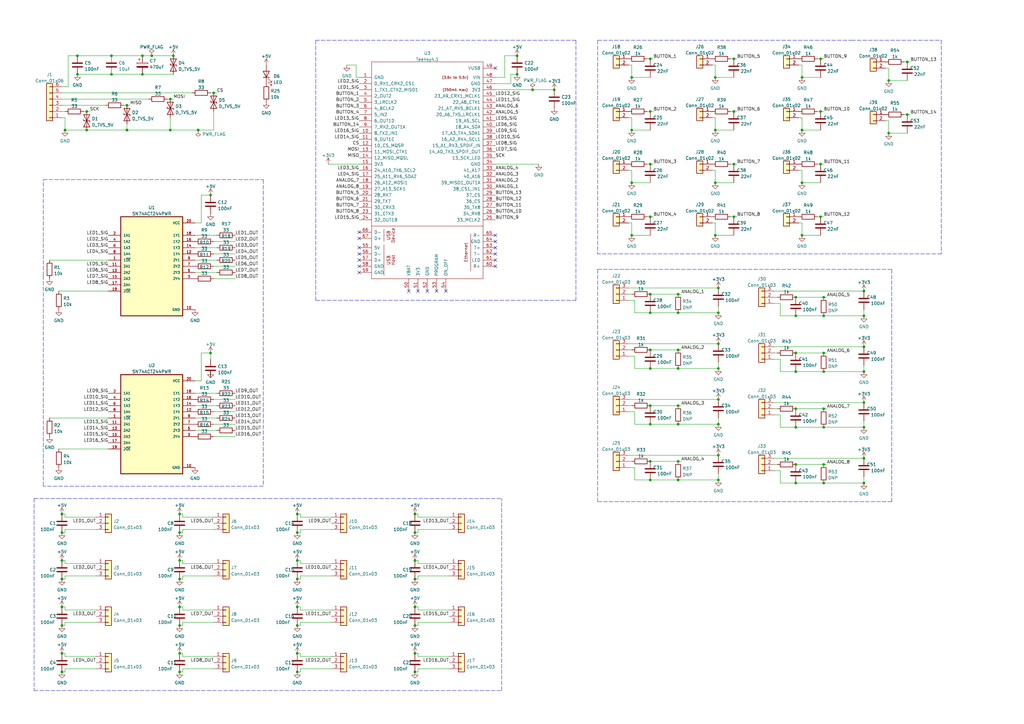
<source format=kicad_sch>
(kicad_sch (version 20211123) (generator eeschema)
  (paper "A3")
  (junction (at 121.92 248.92))
  (junction (at 293.37 74.93))
  (junction (at 266.7 45.72))
  (junction (at 25.4 275.59))
  (junction (at 212.09 22.86))
  (junction (at 294.64 151.13))
  (junction (at 86.36 80.01))
  (junction (at 73.66 210.82))
  (junction (at 328.93 74.93))
  (junction (at 293.37 96.52))
  (junction (at 337.82 129.54))
  (junction (at 25.4 218.44))
  (junction (at 25.4 256.54))
  (junction (at 337.82 175.26))
  (junction (at 278.13 151.13))
  (junction (at 326.39 175.26))
  (junction (at 278.13 189.23))
  (junction (at 300.99 67.31))
  (junction (at 278.13 166.37))
  (junction (at 266.7 143.51))
  (junction (at 121.92 237.49))
  (junction (at 266.7 189.23))
  (junction (at 62.23 22.86))
  (junction (at 326.39 190.5))
  (junction (at 336.55 45.72))
  (junction (at 354.33 129.54))
  (junction (at 300.99 45.72))
  (junction (at 266.7 166.37))
  (junction (at 73.66 267.97))
  (junction (at 52.07 53.34))
  (junction (at 73.66 275.59))
  (junction (at 170.18 267.97))
  (junction (at 278.13 196.85))
  (junction (at 294.64 196.85))
  (junction (at 170.18 275.59))
  (junction (at 294.64 173.99))
  (junction (at 354.33 187.96))
  (junction (at 81.28 53.34))
  (junction (at 121.92 256.54))
  (junction (at 278.13 120.65))
  (junction (at 372.11 25.4))
  (junction (at 266.7 196.85))
  (junction (at 170.18 237.49))
  (junction (at 294.64 140.97))
  (junction (at 336.55 24.13))
  (junction (at 218.44 36.83))
  (junction (at 354.33 119.38))
  (junction (at 25.4 237.49))
  (junction (at 326.39 144.78))
  (junction (at 278.13 173.99))
  (junction (at 259.08 31.75))
  (junction (at 293.37 53.34))
  (junction (at 326.39 121.92))
  (junction (at 354.33 165.1))
  (junction (at 73.66 256.54))
  (junction (at 259.08 96.52))
  (junction (at 300.99 24.13))
  (junction (at 170.18 218.44))
  (junction (at 266.7 88.9))
  (junction (at 31.75 30.48))
  (junction (at 121.92 210.82))
  (junction (at 326.39 198.12))
  (junction (at 354.33 175.26))
  (junction (at 170.18 248.92))
  (junction (at 121.92 267.97))
  (junction (at 121.92 229.87))
  (junction (at 71.12 22.86))
  (junction (at 266.7 128.27))
  (junction (at 69.85 53.34))
  (junction (at 25.4 210.82))
  (junction (at 266.7 24.13))
  (junction (at 337.82 144.78))
  (junction (at 354.33 152.4))
  (junction (at 86.36 144.78))
  (junction (at 336.55 88.9))
  (junction (at 364.49 33.02))
  (junction (at 266.7 120.65))
  (junction (at 337.82 167.64))
  (junction (at 259.08 74.93))
  (junction (at 328.93 96.52))
  (junction (at 337.82 152.4))
  (junction (at 121.92 275.59))
  (junction (at 259.08 53.34))
  (junction (at 52.07 43.18))
  (junction (at 212.09 30.48))
  (junction (at 121.92 218.44))
  (junction (at 35.56 45.72))
  (junction (at 328.93 53.34))
  (junction (at 294.64 118.11))
  (junction (at 58.42 22.86))
  (junction (at 170.18 256.54))
  (junction (at 87.63 38.1))
  (junction (at 372.11 46.99))
  (junction (at 300.99 88.9))
  (junction (at 73.66 248.92))
  (junction (at 266.7 173.99))
  (junction (at 326.39 167.64))
  (junction (at 336.55 67.31))
  (junction (at 266.7 151.13))
  (junction (at 326.39 152.4))
  (junction (at 328.93 31.75))
  (junction (at 326.39 129.54))
  (junction (at 354.33 198.12))
  (junction (at 73.66 229.87))
  (junction (at 354.33 142.24))
  (junction (at 294.64 128.27))
  (junction (at 35.56 53.34))
  (junction (at 364.49 54.61))
  (junction (at 170.18 229.87))
  (junction (at 25.4 248.92))
  (junction (at 170.18 210.82))
  (junction (at 45.72 22.86))
  (junction (at 73.66 218.44))
  (junction (at 58.42 30.48))
  (junction (at 278.13 128.27))
  (junction (at 69.85 40.64))
  (junction (at 337.82 190.5))
  (junction (at 293.37 31.75))
  (junction (at 294.64 163.83))
  (junction (at 25.4 267.97))
  (junction (at 337.82 121.92))
  (junction (at 266.7 67.31))
  (junction (at 227.33 36.83))
  (junction (at 294.64 186.69))
  (junction (at 26.67 53.34))
  (junction (at 45.72 30.48))
  (junction (at 31.75 22.86))
  (junction (at 73.66 237.49))
  (junction (at 25.4 229.87))
  (junction (at 278.13 143.51))
  (junction (at 337.82 198.12))
  (no_connect (at 167.64 119.38))
  (no_connect (at 203.2 106.68))
  (no_connect (at 147.32 106.68))
  (no_connect (at 203.2 96.52))
  (no_connect (at 147.32 97.79))
  (no_connect (at 147.32 101.6))
  (no_connect (at 203.2 109.22))
  (no_connect (at 203.2 104.14))
  (no_connect (at 179.07 119.38))
  (no_connect (at 203.2 99.06))
  (no_connect (at 171.45 119.38))
  (no_connect (at 182.88 119.38))
  (no_connect (at 147.32 104.14))
  (no_connect (at 203.2 27.94))
  (no_connect (at 175.26 119.38))
  (no_connect (at 147.32 111.76))
  (no_connect (at 147.32 95.25))
  (no_connect (at 147.32 109.22))
  (no_connect (at 203.2 101.6))
  (wire (pts (xy 337.82 144.78) (xy 339.09 144.78)))
  (wire (pts (xy 326.39 129.54) (xy 337.82 129.54)))
  (wire (pts (xy 74.93 267.97) (xy 73.66 267.97)))
  (wire (pts (xy 80.01 156.21) (xy 82.55 156.21)))
  (wire (pts (xy 257.81 166.37) (xy 259.08 166.37)))
  (wire (pts (xy 293.37 31.75) (xy 300.99 31.75)))
  (wire (pts (xy 146.05 31.75) (xy 146.05 26.67)))
  (polyline (pts (xy 365.76 205.74) (xy 245.11 205.74)))
  (wire (pts (xy 267.97 24.13) (xy 266.7 24.13)))
  (wire (pts (xy 26.67 250.19) (xy 26.67 248.92)))
  (wire (pts (xy 257.81 186.69) (xy 294.64 186.69)))
  (wire (pts (xy 171.45 255.27) (xy 184.15 255.27)))
  (wire (pts (xy 259.08 74.93) (xy 266.7 74.93)))
  (wire (pts (xy 336.55 45.72) (xy 335.28 45.72)))
  (wire (pts (xy 317.5 142.24) (xy 354.33 142.24)))
  (wire (pts (xy 123.19 218.44) (xy 121.92 218.44)))
  (wire (pts (xy 293.37 69.85) (xy 292.1 69.85)))
  (wire (pts (xy 257.81 140.97) (xy 294.64 140.97)))
  (wire (pts (xy 87.63 231.14) (xy 74.93 231.14)))
  (wire (pts (xy 74.93 274.32) (xy 74.93 275.59)))
  (wire (pts (xy 34.29 45.72) (xy 35.56 45.72)))
  (wire (pts (xy 266.7 151.13) (xy 278.13 151.13)))
  (wire (pts (xy 267.97 45.72) (xy 266.7 45.72)))
  (wire (pts (xy 68.58 40.64) (xy 69.85 40.64)))
  (wire (pts (xy 26.67 217.17) (xy 26.67 218.44)))
  (wire (pts (xy 80.01 166.37) (xy 88.9 166.37)))
  (wire (pts (xy 364.49 33.02) (xy 372.11 33.02)))
  (wire (pts (xy 278.13 151.13) (xy 294.64 151.13)))
  (wire (pts (xy 278.13 189.23) (xy 279.4 189.23)))
  (wire (pts (xy 82.55 80.01) (xy 86.36 80.01)))
  (wire (pts (xy 320.04 198.12) (xy 320.04 193.04)))
  (polyline (pts (xy 17.78 73.66) (xy 107.95 73.66)))
  (wire (pts (xy 171.45 274.32) (xy 184.15 274.32)))
  (wire (pts (xy 52.07 50.8) (xy 52.07 53.34)))
  (polyline (pts (xy 236.22 16.51) (xy 236.22 123.19)))
  (wire (pts (xy 354.33 129.54) (xy 354.33 127)))
  (wire (pts (xy 257.81 163.83) (xy 294.64 163.83)))
  (wire (pts (xy 26.67 274.32) (xy 26.67 275.59)))
  (wire (pts (xy 26.67 218.44) (xy 25.4 218.44)))
  (wire (pts (xy 123.19 250.19) (xy 123.19 248.92)))
  (wire (pts (xy 354.33 152.4) (xy 354.33 149.86)))
  (wire (pts (xy 74.93 274.32) (xy 87.63 274.32)))
  (wire (pts (xy 212.09 30.48) (xy 209.55 30.48)))
  (wire (pts (xy 87.63 212.09) (xy 74.93 212.09)))
  (wire (pts (xy 260.35 128.27) (xy 260.35 123.19)))
  (wire (pts (xy 123.19 217.17) (xy 135.89 217.17)))
  (wire (pts (xy 354.33 175.26) (xy 354.33 172.72)))
  (wire (pts (xy 300.99 24.13) (xy 299.72 24.13)))
  (wire (pts (xy 328.93 74.93) (xy 336.55 74.93)))
  (wire (pts (xy 171.45 218.44) (xy 170.18 218.44)))
  (wire (pts (xy 87.63 114.3) (xy 96.52 114.3)))
  (wire (pts (xy 300.99 67.31) (xy 299.72 67.31)))
  (wire (pts (xy 257.81 189.23) (xy 259.08 189.23)))
  (wire (pts (xy 74.93 218.44) (xy 73.66 218.44)))
  (wire (pts (xy 203.2 36.83) (xy 218.44 36.83)))
  (polyline (pts (xy 245.11 110.49) (xy 365.76 110.49)))
  (wire (pts (xy 35.56 53.34) (xy 52.07 53.34)))
  (wire (pts (xy 123.19 256.54) (xy 121.92 256.54)))
  (wire (pts (xy 260.35 146.05) (xy 257.81 146.05)))
  (wire (pts (xy 135.89 212.09) (xy 123.19 212.09)))
  (wire (pts (xy 337.82 45.72) (xy 336.55 45.72)))
  (wire (pts (xy 326.39 144.78) (xy 337.82 144.78)))
  (wire (pts (xy 171.45 217.17) (xy 184.15 217.17)))
  (wire (pts (xy 184.15 250.19) (xy 171.45 250.19)))
  (wire (pts (xy 87.63 109.22) (xy 96.52 109.22)))
  (wire (pts (xy 123.19 267.97) (xy 121.92 267.97)))
  (wire (pts (xy 123.19 255.27) (xy 135.89 255.27)))
  (polyline (pts (xy 236.22 16.51) (xy 129.54 16.51)))
  (wire (pts (xy 25.4 48.26) (xy 26.67 48.26)))
  (wire (pts (xy 293.37 31.75) (xy 293.37 26.67)))
  (polyline (pts (xy 107.95 199.39) (xy 17.78 199.39)))
  (wire (pts (xy 317.5 187.96) (xy 354.33 187.96)))
  (wire (pts (xy 212.09 22.86) (xy 207.01 22.86)))
  (wire (pts (xy 328.93 69.85) (xy 327.66 69.85)))
  (wire (pts (xy 81.28 53.34) (xy 87.63 53.34)))
  (wire (pts (xy 259.08 96.52) (xy 259.08 91.44)))
  (wire (pts (xy 123.19 212.09) (xy 123.19 210.82)))
  (wire (pts (xy 207.01 31.75) (xy 203.2 31.75)))
  (wire (pts (xy 123.19 231.14) (xy 123.19 229.87)))
  (wire (pts (xy 259.08 69.85) (xy 257.81 69.85)))
  (wire (pts (xy 293.37 74.93) (xy 300.99 74.93)))
  (wire (pts (xy 337.82 175.26) (xy 354.33 175.26)))
  (wire (pts (xy 260.35 191.77) (xy 257.81 191.77)))
  (wire (pts (xy 25.4 40.64) (xy 60.96 40.64)))
  (wire (pts (xy 147.32 31.75) (xy 146.05 31.75)))
  (wire (pts (xy 26.67 48.26) (xy 26.67 53.34)))
  (wire (pts (xy 260.35 196.85) (xy 260.35 191.77)))
  (wire (pts (xy 26.67 248.92) (xy 25.4 248.92)))
  (wire (pts (xy 26.67 255.27) (xy 26.67 256.54)))
  (wire (pts (xy 171.45 250.19) (xy 171.45 248.92)))
  (wire (pts (xy 364.49 27.94) (xy 363.22 27.94)))
  (polyline (pts (xy 17.78 113.03) (xy 17.78 73.66)))
  (wire (pts (xy 20.32 106.68) (xy 44.45 106.68)))
  (wire (pts (xy 74.93 212.09) (xy 74.93 210.82)))
  (wire (pts (xy 80.01 111.76) (xy 88.9 111.76)))
  (wire (pts (xy 364.49 49.53) (xy 363.22 49.53)))
  (wire (pts (xy 218.44 36.83) (xy 227.33 36.83)))
  (wire (pts (xy 123.19 210.82) (xy 121.92 210.82)))
  (wire (pts (xy 260.35 123.19) (xy 257.81 123.19)))
  (wire (pts (xy 337.82 152.4) (xy 354.33 152.4)))
  (wire (pts (xy 123.19 255.27) (xy 123.19 256.54)))
  (wire (pts (xy 328.93 26.67) (xy 327.66 26.67)))
  (wire (pts (xy 372.11 46.99) (xy 370.84 46.99)))
  (polyline (pts (xy 129.54 123.19) (xy 236.22 123.19)))
  (wire (pts (xy 266.7 24.13) (xy 265.43 24.13)))
  (wire (pts (xy 58.42 30.48) (xy 71.12 30.48)))
  (wire (pts (xy 171.45 255.27) (xy 171.45 256.54)))
  (wire (pts (xy 58.42 22.86) (xy 62.23 22.86)))
  (wire (pts (xy 31.75 22.86) (xy 45.72 22.86)))
  (wire (pts (xy 266.7 166.37) (xy 278.13 166.37)))
  (wire (pts (xy 74.93 269.24) (xy 74.93 267.97)))
  (wire (pts (xy 266.7 173.99) (xy 278.13 173.99)))
  (wire (pts (xy 266.7 173.99) (xy 260.35 173.99)))
  (wire (pts (xy 80.01 161.29) (xy 88.9 161.29)))
  (wire (pts (xy 74.93 250.19) (xy 74.93 248.92)))
  (wire (pts (xy 328.93 48.26) (xy 327.66 48.26)))
  (wire (pts (xy 337.82 121.92) (xy 339.09 121.92)))
  (wire (pts (xy 266.7 189.23) (xy 278.13 189.23)))
  (wire (pts (xy 74.93 255.27) (xy 87.63 255.27)))
  (wire (pts (xy 80.01 91.44) (xy 82.55 91.44)))
  (wire (pts (xy 171.45 236.22) (xy 184.15 236.22)))
  (polyline (pts (xy 349.25 16.51) (xy 386.08 16.51)))
  (wire (pts (xy 364.49 54.61) (xy 364.49 49.53)))
  (wire (pts (xy 87.63 99.06) (xy 96.52 99.06)))
  (polyline (pts (xy 386.08 104.14) (xy 349.25 104.14)))
  (wire (pts (xy 171.45 236.22) (xy 171.45 237.49)))
  (wire (pts (xy 266.7 196.85) (xy 278.13 196.85)))
  (wire (pts (xy 267.97 67.31) (xy 266.7 67.31)))
  (wire (pts (xy 135.89 250.19) (xy 123.19 250.19)))
  (wire (pts (xy 171.45 210.82) (xy 170.18 210.82)))
  (wire (pts (xy 171.45 248.92) (xy 170.18 248.92)))
  (wire (pts (xy 26.67 210.82) (xy 25.4 210.82)))
  (wire (pts (xy 209.55 34.29) (xy 203.2 34.29)))
  (wire (pts (xy 302.26 88.9) (xy 300.99 88.9)))
  (wire (pts (xy 326.39 198.12) (xy 337.82 198.12)))
  (wire (pts (xy 266.7 151.13) (xy 260.35 151.13)))
  (wire (pts (xy 293.37 53.34) (xy 300.99 53.34)))
  (wire (pts (xy 294.64 173.99) (xy 294.64 171.45)))
  (wire (pts (xy 317.5 119.38) (xy 354.33 119.38)))
  (wire (pts (xy 171.45 267.97) (xy 170.18 267.97)))
  (wire (pts (xy 39.37 250.19) (xy 26.67 250.19)))
  (polyline (pts (xy 13.97 283.21) (xy 205.74 283.21)))
  (wire (pts (xy 24.13 119.38) (xy 44.45 119.38)))
  (wire (pts (xy 26.67 269.24) (xy 26.67 267.97)))
  (wire (pts (xy 26.67 217.17) (xy 39.37 217.17)))
  (wire (pts (xy 62.23 22.86) (xy 71.12 22.86)))
  (wire (pts (xy 337.82 167.64) (xy 339.09 167.64)))
  (wire (pts (xy 320.04 175.26) (xy 320.04 170.18)))
  (wire (pts (xy 87.63 163.83) (xy 96.52 163.83)))
  (wire (pts (xy 123.19 229.87) (xy 121.92 229.87)))
  (wire (pts (xy 123.19 236.22) (xy 123.19 237.49)))
  (wire (pts (xy 87.63 53.34) (xy 87.63 45.72)))
  (wire (pts (xy 74.93 236.22) (xy 87.63 236.22)))
  (polyline (pts (xy 17.78 113.03) (xy 17.78 199.39)))
  (polyline (pts (xy 365.76 110.49) (xy 365.76 205.74)))
  (wire (pts (xy 123.19 237.49) (xy 121.92 237.49)))
  (wire (pts (xy 171.45 237.49) (xy 170.18 237.49)))
  (wire (pts (xy 52.07 43.18) (xy 50.8 43.18)))
  (wire (pts (xy 171.45 256.54) (xy 170.18 256.54)))
  (wire (pts (xy 86.36 152.4) (xy 86.36 154.94)))
  (wire (pts (xy 320.04 124.46) (xy 317.5 124.46)))
  (wire (pts (xy 326.39 175.26) (xy 320.04 175.26)))
  (wire (pts (xy 293.37 91.44) (xy 292.1 91.44)))
  (wire (pts (xy 372.11 25.4) (xy 370.84 25.4)))
  (wire (pts (xy 123.19 269.24) (xy 123.19 267.97)))
  (wire (pts (xy 259.08 53.34) (xy 266.7 53.34)))
  (wire (pts (xy 317.5 121.92) (xy 318.77 121.92)))
  (wire (pts (xy 209.55 30.48) (xy 209.55 34.29)))
  (wire (pts (xy 135.89 231.14) (xy 123.19 231.14)))
  (wire (pts (xy 337.82 198.12) (xy 354.33 198.12)))
  (wire (pts (xy 87.63 38.1) (xy 88.9 38.1)))
  (wire (pts (xy 69.85 48.26) (xy 69.85 53.34)))
  (wire (pts (xy 259.08 26.67) (xy 257.81 26.67)))
  (wire (pts (xy 317.5 167.64) (xy 318.77 167.64)))
  (wire (pts (xy 80.01 96.52) (xy 88.9 96.52)))
  (wire (pts (xy 300.99 45.72) (xy 299.72 45.72)))
  (wire (pts (xy 80.01 171.45) (xy 88.9 171.45)))
  (wire (pts (xy 294.64 196.85) (xy 294.64 194.31)))
  (wire (pts (xy 35.56 45.72) (xy 36.83 45.72)))
  (wire (pts (xy 80.01 106.68) (xy 88.9 106.68)))
  (wire (pts (xy 82.55 91.44) (xy 82.55 80.01)))
  (wire (pts (xy 26.67 53.34) (xy 35.56 53.34)))
  (wire (pts (xy 39.37 231.14) (xy 26.67 231.14)))
  (wire (pts (xy 328.93 96.52) (xy 336.55 96.52)))
  (wire (pts (xy 27.94 35.56) (xy 27.94 22.86)))
  (wire (pts (xy 26.67 236.22) (xy 39.37 236.22)))
  (wire (pts (xy 326.39 198.12) (xy 320.04 198.12)))
  (wire (pts (xy 69.85 40.64) (xy 71.12 40.64)))
  (wire (pts (xy 302.26 45.72) (xy 300.99 45.72)))
  (wire (pts (xy 278.13 120.65) (xy 279.4 120.65)))
  (polyline (pts (xy 349.25 104.14) (xy 245.11 104.14)))
  (polyline (pts (xy 13.97 204.47) (xy 13.97 283.21)))
  (wire (pts (xy 320.04 193.04) (xy 317.5 193.04)))
  (wire (pts (xy 293.37 96.52) (xy 300.99 96.52)))
  (wire (pts (xy 52.07 53.34) (xy 69.85 53.34)))
  (wire (pts (xy 257.81 120.65) (xy 259.08 120.65)))
  (wire (pts (xy 337.82 67.31) (xy 336.55 67.31)))
  (wire (pts (xy 266.7 143.51) (xy 278.13 143.51)))
  (wire (pts (xy 373.38 46.99) (xy 372.11 46.99)))
  (wire (pts (xy 135.89 269.24) (xy 123.19 269.24)))
  (wire (pts (xy 171.45 229.87) (xy 170.18 229.87)))
  (wire (pts (xy 266.7 88.9) (xy 265.43 88.9)))
  (wire (pts (xy 326.39 129.54) (xy 320.04 129.54)))
  (wire (pts (xy 74.93 210.82) (xy 73.66 210.82)))
  (wire (pts (xy 123.19 275.59) (xy 121.92 275.59)))
  (wire (pts (xy 257.81 143.51) (xy 259.08 143.51)))
  (wire (pts (xy 337.82 88.9) (xy 336.55 88.9)))
  (wire (pts (xy 328.93 91.44) (xy 327.66 91.44)))
  (wire (pts (xy 260.35 173.99) (xy 260.35 168.91)))
  (wire (pts (xy 326.39 175.26) (xy 337.82 175.26)))
  (polyline (pts (xy 13.97 204.47) (xy 205.74 204.47)))
  (wire (pts (xy 259.08 74.93) (xy 259.08 69.85)))
  (wire (pts (xy 123.19 274.32) (xy 123.19 275.59)))
  (wire (pts (xy 69.85 53.34) (xy 81.28 53.34)))
  (wire (pts (xy 171.45 274.32) (xy 171.45 275.59)))
  (wire (pts (xy 336.55 88.9) (xy 335.28 88.9)))
  (polyline (pts (xy 205.74 283.21) (xy 205.74 204.47)))
  (wire (pts (xy 259.08 91.44) (xy 257.81 91.44)))
  (wire (pts (xy 26.67 212.09) (xy 26.67 210.82)))
  (wire (pts (xy 328.93 53.34) (xy 328.93 48.26)))
  (wire (pts (xy 293.37 53.34) (xy 293.37 48.26)))
  (polyline (pts (xy 245.11 16.51) (xy 349.25 16.51)))
  (wire (pts (xy 39.37 212.09) (xy 26.67 212.09)))
  (wire (pts (xy 184.15 269.24) (xy 171.45 269.24)))
  (wire (pts (xy 278.13 128.27) (xy 294.64 128.27)))
  (wire (pts (xy 87.63 179.07) (xy 96.52 179.07)))
  (wire (pts (xy 45.72 22.86) (xy 58.42 22.86)))
  (wire (pts (xy 26.67 255.27) (xy 39.37 255.27)))
  (wire (pts (xy 320.04 129.54) (xy 320.04 124.46)))
  (wire (pts (xy 146.05 26.67) (xy 142.24 26.67)))
  (wire (pts (xy 26.67 274.32) (xy 39.37 274.32)))
  (wire (pts (xy 259.08 31.75) (xy 266.7 31.75)))
  (wire (pts (xy 171.45 231.14) (xy 171.45 229.87)))
  (polyline (pts (xy 245.11 16.51) (xy 245.11 104.14)))
  (wire (pts (xy 278.13 143.51) (xy 279.4 143.51)))
  (wire (pts (xy 328.93 96.52) (xy 328.93 91.44)))
  (wire (pts (xy 337.82 190.5) (xy 339.09 190.5)))
  (wire (pts (xy 26.67 237.49) (xy 25.4 237.49)))
  (wire (pts (xy 74.93 237.49) (xy 73.66 237.49)))
  (wire (pts (xy 302.26 24.13) (xy 300.99 24.13)))
  (wire (pts (xy 74.93 217.17) (xy 87.63 217.17)))
  (wire (pts (xy 123.19 236.22) (xy 135.89 236.22)))
  (wire (pts (xy 294.64 128.27) (xy 294.64 125.73)))
  (wire (pts (xy 328.93 74.93) (xy 328.93 69.85)))
  (wire (pts (xy 267.97 88.9) (xy 266.7 88.9)))
  (wire (pts (xy 317.5 190.5) (xy 318.77 190.5)))
  (wire (pts (xy 266.7 196.85) (xy 260.35 196.85)))
  (wire (pts (xy 364.49 33.02) (xy 364.49 27.94)))
  (wire (pts (xy 25.4 38.1) (xy 78.74 38.1)))
  (wire (pts (xy 293.37 48.26) (xy 292.1 48.26)))
  (wire (pts (xy 26.67 229.87) (xy 25.4 229.87)))
  (wire (pts (xy 300.99 88.9) (xy 299.72 88.9)))
  (wire (pts (xy 320.04 147.32) (xy 317.5 147.32)))
  (wire (pts (xy 373.38 25.4) (xy 372.11 25.4)))
  (wire (pts (xy 336.55 67.31) (xy 335.28 67.31)))
  (wire (pts (xy 259.08 31.75) (xy 259.08 26.67)))
  (wire (pts (xy 266.7 45.72) (xy 265.43 45.72)))
  (wire (pts (xy 203.2 67.31) (xy 220.98 67.31)))
  (wire (pts (xy 86.36 38.1) (xy 87.63 38.1)))
  (wire (pts (xy 25.4 43.18) (xy 43.18 43.18)))
  (wire (pts (xy 266.7 128.27) (xy 260.35 128.27)))
  (wire (pts (xy 25.4 35.56) (xy 27.94 35.56)))
  (wire (pts (xy 259.08 96.52) (xy 266.7 96.52)))
  (wire (pts (xy 27.94 22.86) (xy 31.75 22.86)))
  (wire (pts (xy 326.39 152.4) (xy 337.82 152.4)))
  (wire (pts (xy 80.01 101.6) (xy 88.9 101.6)))
  (wire (pts (xy 87.63 269.24) (xy 74.93 269.24)))
  (wire (pts (xy 293.37 74.93) (xy 293.37 69.85)))
  (wire (pts (xy 26.67 256.54) (xy 25.4 256.54)))
  (wire (pts (xy 317.5 165.1) (xy 354.33 165.1)))
  (wire (pts (xy 123.19 274.32) (xy 135.89 274.32)))
  (wire (pts (xy 26.67 236.22) (xy 26.67 237.49)))
  (polyline (pts (xy 386.08 16.51) (xy 386.08 104.14)))
  (wire (pts (xy 39.37 269.24) (xy 26.67 269.24)))
  (wire (pts (xy 184.15 231.14) (xy 171.45 231.14)))
  (wire (pts (xy 74.93 217.17) (xy 74.93 218.44)))
  (wire (pts (xy 86.36 144.78) (xy 86.36 147.32)))
  (wire (pts (xy 45.72 30.48) (xy 58.42 30.48)))
  (wire (pts (xy 326.39 167.64) (xy 337.82 167.64)))
  (wire (pts (xy 74.93 275.59) (xy 73.66 275.59)))
  (wire (pts (xy 364.49 54.61) (xy 372.11 54.61)))
  (wire (pts (xy 266.7 128.27) (xy 278.13 128.27)))
  (wire (pts (xy 123.19 248.92) (xy 121.92 248.92)))
  (wire (pts (xy 278.13 196.85) (xy 294.64 196.85)))
  (wire (pts (xy 74.93 229.87) (xy 73.66 229.87)))
  (wire (pts (xy 74.93 231.14) (xy 74.93 229.87)))
  (wire (pts (xy 134.62 67.31) (xy 147.32 67.31)))
  (wire (pts (xy 25.4 45.72) (xy 26.67 45.72)))
  (wire (pts (xy 257.81 118.11) (xy 294.64 118.11)))
  (polyline (pts (xy 245.11 110.49) (xy 245.11 205.74)))
  (wire (pts (xy 171.45 212.09) (xy 171.45 210.82)))
  (wire (pts (xy 82.55 144.78) (xy 86.36 144.78)))
  (polyline (pts (xy 129.54 16.51) (xy 129.54 123.19)))
  (wire (pts (xy 26.67 231.14) (xy 26.67 229.87)))
  (wire (pts (xy 26.67 275.59) (xy 25.4 275.59)))
  (wire (pts (xy 87.63 250.19) (xy 74.93 250.19)))
  (wire (pts (xy 278.13 173.99) (xy 294.64 173.99)))
  (wire (pts (xy 326.39 152.4) (xy 320.04 152.4)))
  (wire (pts (xy 123.19 217.17) (xy 123.19 218.44)))
  (wire (pts (xy 259.08 53.34) (xy 259.08 48.26)))
  (wire (pts (xy 87.63 168.91) (xy 96.52 168.91)))
  (wire (pts (xy 80.01 176.53) (xy 88.9 176.53)))
  (wire (pts (xy 171.45 275.59) (xy 170.18 275.59)))
  (wire (pts (xy 74.93 236.22) (xy 74.93 237.49)))
  (wire (pts (xy 74.93 248.92) (xy 73.66 248.92)))
  (wire (pts (xy 260.35 151.13) (xy 260.35 146.05)))
  (wire (pts (xy 87.63 104.14) (xy 96.52 104.14)))
  (wire (pts (xy 293.37 96.52) (xy 293.37 91.44)))
  (wire (pts (xy 326.39 190.5) (xy 337.82 190.5)))
  (wire (pts (xy 266.7 67.31) (xy 265.43 67.31)))
  (wire (pts (xy 328.93 53.34) (xy 336.55 53.34)))
  (wire (pts (xy 31.75 30.48) (xy 45.72 30.48)))
  (wire (pts (xy 354.33 198.12) (xy 354.33 195.58)))
  (polyline (pts (xy 107.95 73.66) (xy 107.95 199.39)))
  (wire (pts (xy 52.07 43.18) (xy 53.34 43.18)))
  (wire (pts (xy 260.35 168.91) (xy 257.81 168.91)))
  (wire (pts (xy 337.82 24.13) (xy 336.55 24.13)))
  (wire (pts (xy 328.93 31.75) (xy 328.93 26.67)))
  (wire (pts (xy 82.55 156.21) (xy 82.55 144.78)))
  (wire (pts (xy 317.5 144.78) (xy 318.77 144.78)))
  (wire (pts (xy 294.64 151.13) (xy 294.64 148.59)))
  (wire (pts (xy 259.08 48.26) (xy 257.81 48.26)))
  (wire (pts (xy 171.45 217.17) (xy 171.45 218.44)))
  (wire (pts (xy 26.67 267.97) (xy 25.4 267.97)))
  (wire (pts (xy 336.55 24.13) (xy 335.28 24.13)))
  (wire (pts (xy 87.63 173.99) (xy 96.52 173.99)))
  (wire (pts (xy 74.93 255.27) (xy 74.93 256.54)))
  (wire (pts (xy 278.13 166.37) (xy 279.4 166.37)))
  (wire (pts (xy 74.93 256.54) (xy 73.66 256.54)))
  (wire (pts (xy 184.15 212.09) (xy 171.45 212.09)))
  (wire (pts (xy 337.82 129.54) (xy 354.33 129.54)))
  (wire (pts (xy 171.45 269.24) (xy 171.45 267.97)))
  (wire (pts (xy 326.39 121.92) (xy 337.82 121.92)))
  (wire (pts (xy 302.26 67.31) (xy 300.99 67.31)))
  (wire (pts (xy 320.04 170.18) (xy 317.5 170.18)))
  (wire (pts (xy 24.13 184.15) (xy 44.45 184.15)))
  (wire (pts (xy 207.01 22.86) (xy 207.01 31.75)))
  (wire (pts (xy 328.93 31.75) (xy 336.55 31.75)))
  (wire (pts (xy 293.37 26.67) (xy 292.1 26.67)))
  (wire (pts (xy 320.04 152.4) (xy 320.04 147.32)))
  (wire (pts (xy 266.7 120.65) (xy 278.13 120.65)))
  (wire (pts (xy 20.32 171.45) (xy 44.45 171.45)))
  (label "BUTTON_1" (at 147.32 39.37 180))
  (label "BUTTON_3" (at 147.32 44.45 180))
  (label "LED11_SIG" (at 203.2 41.91 0))
  (label "LED12_OUT" (at 135.89 271.78 180))
  (label "BUTTON_4" (at 147.32 46.99 180))
  (label "LED6_OUT" (at 87.63 233.68 180))
  (label "LED11_SIG" (at 44.45 166.37 180))
  (label "BUTTON_6" (at 302.26 45.72 0))
  (label "LED5_SIG" (at 203.2 49.53 0))
  (label "MOSI" (at 71.12 40.64 0))
  (label "BUTTON_14" (at 373.38 46.99 0))
  (label "LED2_OUT" (at 96.52 99.06 0))
  (label "BUTTON_6" (at 147.32 82.55 180))
  (label "LED7_OUT" (at 96.52 111.76 0))
  (label "LED9_SIG" (at 44.45 161.29 180))
  (label "LED11_OUT" (at 96.52 166.37 0))
  (label "ANALOG_2" (at 279.4 143.51 0))
  (label "LED16_OUT" (at 96.52 179.07 0))
  (label "LED12_SIG" (at 44.45 168.91 180))
  (label "ANALOG_4" (at 279.4 189.23 0))
  (label "BUTTON_8" (at 302.26 88.9 0))
  (label "LED6_OUT" (at 96.52 109.22 0))
  (label "LED16_SIG" (at 44.45 181.61 180))
  (label "LED10_SIG" (at 44.45 163.83 180))
  (label "LED1_SIG" (at 147.32 36.83 180))
  (label "LED5_SIG" (at 44.45 109.22 180))
  (label "LED8_OUT" (at 87.63 271.78 180))
  (label "ANALOG_5" (at 203.2 46.99 0))
  (label "LED1_OUT" (at 96.52 96.52 0))
  (label "BUTTON_10" (at 337.82 45.72 0))
  (label "CS" (at 88.9 38.1 0))
  (label "LED10_OUT" (at 135.89 233.68 180))
  (label "LED13_SIG" (at 44.45 173.99 180))
  (label "BUTTON_2" (at 267.97 45.72 0))
  (label "ANALOG_8" (at 147.32 77.47 180))
  (label "LED6_SIG" (at 44.45 111.76 180))
  (label "LED3_SIG" (at 44.45 101.6 180))
  (label "ANALOG_1" (at 279.4 120.65 0))
  (label "MISO" (at 53.34 43.18 0))
  (label "BUTTON_9" (at 337.82 24.13 0))
  (label "MISO" (at 147.32 64.77 180))
  (label "BUTTON_4" (at 267.97 88.9 0))
  (label "BUTTON_10" (at 203.2 87.63 0))
  (label "BUTTON_2" (at 147.32 41.91 180))
  (label "LED10_OUT" (at 96.52 163.83 0))
  (label "ANALOG_5" (at 339.09 121.92 0))
  (label "BUTTON_9" (at 203.2 90.17 0))
  (label "LED2_SIG" (at 44.45 99.06 180))
  (label "LED14_OUT" (at 96.52 173.99 0))
  (label "ANALOG_6" (at 203.2 44.45 0))
  (label "LED14_OUT" (at 184.15 233.68 180))
  (label "LED7_SIG" (at 203.2 62.23 0))
  (label "ANALOG_7" (at 339.09 167.64 0))
  (label "LED11_OUT" (at 135.89 252.73 180))
  (label "LED14_SIG" (at 147.32 57.15 180))
  (label "LED12_OUT" (at 96.52 168.91 0))
  (label "LED3_SIG" (at 147.32 69.85 180))
  (label "LED15_SIG" (at 44.45 179.07 180))
  (label "ANALOG_1" (at 203.2 77.47 0))
  (label "SCK" (at 36.83 45.72 0))
  (label "BUTTON_5" (at 147.32 80.01 180))
  (label "LED15_OUT" (at 96.52 176.53 0))
  (label "ANALOG_8" (at 339.09 190.5 0))
  (label "BUTTON_5" (at 302.26 24.13 0))
  (label "LED4_OUT" (at 96.52 104.14 0))
  (label "SCK" (at 203.2 64.77 0))
  (label "MOSI" (at 147.32 62.23 180))
  (label "LED9_OUT" (at 96.52 161.29 0))
  (label "LED9_SIG" (at 203.2 54.61 0))
  (label "LED10_SIG" (at 203.2 57.15 0))
  (label "BUTTON_1" (at 267.97 24.13 0))
  (label "LED12_SIG" (at 203.2 39.37 0))
  (label "LED8_OUT" (at 96.52 114.3 0))
  (label "BUTTON_7" (at 302.26 67.31 0))
  (label "LED7_OUT" (at 87.63 252.73 180))
  (label "LED13_OUT" (at 184.15 214.63 180))
  (label "LED15_OUT" (at 184.15 252.73 180))
  (label "LED5_OUT" (at 96.52 106.68 0))
  (label "LED15_SIG" (at 147.32 90.17 180))
  (label "BUTTON_8" (at 147.32 87.63 180))
  (label "ANALOG_4" (at 203.2 69.85 0))
  (label "BUTTON_12" (at 203.2 82.55 0))
  (label "LED8_SIG" (at 44.45 116.84 180))
  (label "LED7_SIG" (at 44.45 114.3 180))
  (label "ANALOG_3" (at 279.4 166.37 0))
  (label "LED4_SIG" (at 44.45 104.14 180))
  (label "BUTTON_13" (at 373.38 25.4 0))
  (label "LED2_OUT" (at 39.37 233.68 180))
  (label "BUTTON_11" (at 203.2 85.09 0))
  (label "LED2_SIG" (at 147.32 34.29 180))
  (label "LED1_SIG" (at 44.45 96.52 180))
  (label "LED9_OUT" (at 135.89 214.63 180))
  (label "LED5_OUT" (at 87.63 214.63 180))
  (label "LED13_SIG" (at 147.32 49.53 180))
  (label "LED13_OUT" (at 96.52 171.45 0))
  (label "BUTTON_14" (at 147.32 52.07 180))
  (label "LED6_SIG" (at 203.2 52.07 0))
  (label "BUTTON_11" (at 337.82 67.31 0))
  (label "CS" (at 147.32 59.69 180))
  (label "LED16_OUT" (at 184.15 271.78 180))
  (label "LED4_OUT" (at 39.37 271.78 180))
  (label "LED3_OUT" (at 39.37 252.73 180))
  (label "BUTTON_12" (at 337.82 88.9 0))
  (label "LED1_OUT" (at 39.37 214.63 180))
  (label "BUTTON_3" (at 267.97 67.31 0))
  (label "BUTTON_13" (at 203.2 80.01 0))
  (label "LED14_SIG" (at 44.45 176.53 180))
  (label "BUTTON_7" (at 147.32 85.09 180))
  (label "ANALOG_3" (at 203.2 72.39 0))
  (label "ANALOG_2" (at 203.2 74.93 0))
  (label "LED16_SIG" (at 147.32 54.61 180))
  (label "LED3_OUT" (at 96.52 101.6 0))
  (label "LED8_SIG" (at 203.2 59.69 0))
  (label "LED4_SIG" (at 147.32 72.39 180))
  (label "ANALOG_6" (at 339.09 144.78 0))
  (label "ANALOG_7" (at 147.32 74.93 180))
  (symbol (lib_id "Device:C") (at 212.09 26.67 0) (unit 1)
    (property "Reference" "C22" (at 215.011 25.8353 0) (effects (justify left)))
    (property "Value" "100nF" (at 215.011 28.3722 0) (effects (justify left)))
    (property "Footprint" "Capacitor_SMD:C_0402_1005Metric" (effects hide))
    (property "LCSC" "C307331" (effects hide))
  )
  (symbol (lib_id "Device:R") (at 262.89 120.65 90) (unit 1)
    (property "Reference" "R30" (at 262.89 115.9342 90))
    (property "Value" "1k" (at 262.89 118.4711 90))
    (property "Footprint" "Resistor_SMD:R_0603_1608Metric" (effects hide))
    (property "LCSC" "C21190" (effects hide))
  )
  (symbol (lib_id "Connector_Generic:Conn_01x03") (at 312.42 144.78 180) (unit 1)
    (property "Reference" "J31" (at 312.42 137.2702 0))
    (property "Value" "Conn_01x03" (at 312.42 139.8071 0))
  )
  (symbol (lib_id "Connector_Generic:Conn_01x02") (at 287.02 45.72 0) (mirror y) (unit 1)
    (property "Reference" "J27" (at 287.02 40.7502 0))
    (property "Value" "Conn_01x02" (at 287.02 43.2871 0))
  )
  (symbol (lib_id "Connector_Generic:Conn_01x03") (at 44.45 271.78 0) (unit 1)
    (property "Reference" "J5" (at 46.482 270.9453 0) (effects (justify left)))
    (property "Value" "Conn_01x03" (at 46.482 273.4822 0) (effects (justify left)))
  )
  (symbol (lib_id "Connector_Generic:Conn_01x03") (at 252.73 143.51 180) (unit 1)
    (property "Reference" "J23" (at 252.73 136.0002 0))
    (property "Value" "Conn_01x03" (at 252.73 138.5371 0))
  )
  (symbol (lib_id "power:+5V") (at 25.4 267.97 0) (unit 1)
    (property "Reference" "#PWR011" (effects hide))
    (property "Value" "+5V" (at 25.4 264.3942 0))
  )
  (symbol (lib_id "Device:R") (at 337.82 171.45 180) (unit 1)
    (property "Reference" "R52" (at 339.598 170.6153 0) (effects (justify right)))
    (property "Value" "DNP" (at 339.598 173.1522 0) (effects (justify right)))
    (property "Footprint" "Resistor_SMD:R_0603_1608Metric" (effects hide))
  )
  (symbol (lib_id "Device:R") (at 295.91 24.13 90) (unit 1)
    (property "Reference" "R38" (at 295.91 19.4142 90))
    (property "Value" "1k" (at 295.91 21.9511 90))
    (property "Footprint" "Resistor_SMD:R_0603_1608Metric" (effects hide))
    (property "LCSC" "C21190" (effects hide))
  )
  (symbol (lib_id "Connector_Generic:Conn_01x02") (at 252.73 24.13 0) (mirror y) (unit 1)
    (property "Reference" "J18" (at 252.73 19.1602 0))
    (property "Value" "Conn_01x02" (at 252.73 21.6971 0))
  )
  (symbol (lib_id "power:+5V") (at 121.92 248.92 0) (unit 1)
    (property "Reference" "#PWR036" (effects hide))
    (property "Value" "+5V" (at 121.92 245.3442 0))
  )
  (symbol (lib_id "Connector_Generic:Conn_01x03") (at 92.71 252.73 0) (unit 1)
    (property "Reference" "J8" (at 94.742 251.8953 0) (effects (justify left)))
    (property "Value" "Conn_01x03" (at 94.742 254.4322 0) (effects (justify left)))
  )
  (symbol (lib_id "power:GND") (at 293.37 96.52 0) (unit 1)
    (property "Reference" "#PWR062" (effects hide))
    (property "Value" "GND" (at 293.37 100.9634 0))
  )
  (symbol (lib_id "Connector_Generic:Conn_01x03") (at 252.73 166.37 180) (unit 1)
    (property "Reference" "J24" (at 252.73 158.8602 0))
    (property "Value" "Conn_01x03" (at 252.73 161.3971 0))
  )
  (symbol (lib_id "Connector_Generic:Conn_01x03") (at 140.97 271.78 0) (unit 1)
    (property "Reference" "J13" (at 143.002 270.9453 0) (effects (justify left)))
    (property "Value" "Conn_01x03" (at 143.002 273.4822 0) (effects (justify left)))
  )
  (symbol (lib_id "Device:C") (at 354.33 191.77 0) (unit 1)
    (property "Reference" "C51" (at 359.41 190.5 0) (effects (justify right)))
    (property "Value" "100nF" (at 363.22 193.04 0) (effects (justify right)))
    (property "Footprint" "Capacitor_SMD:C_0402_1005Metric" (effects hide))
    (property "LCSC" "C307331" (effects hide))
  )
  (symbol (lib_id "Device:C") (at 266.7 170.18 0) (unit 1)
    (property "Reference" "C30" (at 271.78 168.91 0) (effects (justify right)))
    (property "Value" "100nF" (at 275.59 171.45 0) (effects (justify right)))
    (property "Footprint" "Capacitor_SMD:C_0402_1005Metric" (effects hide))
    (property "LCSC" "C307331" (effects hide))
  )
  (symbol (lib_id "power:+5V") (at 121.92 210.82 0) (unit 1)
    (property "Reference" "#PWR032" (effects hide))
    (property "Value" "+5V" (at 121.92 207.2442 0))
  )
  (symbol (lib_id "power:+5V") (at 109.22 26.67 0) (unit 1)
    (property "Reference" "#PWR030" (effects hide))
    (property "Value" "+5V" (at 109.22 23.0942 0))
  )
  (symbol (lib_id "power:GND") (at 121.92 218.44 0) (unit 1)
    (property "Reference" "#PWR033" (effects hide))
    (property "Value" "GND" (at 121.92 222.8834 0))
  )
  (symbol (lib_id "Device:C_Polarized") (at 58.42 26.67 0) (unit 1)
    (property "Reference" "C7" (at 61.341 24.9463 0) (effects (justify left)))
    (property "Value" "470uF" (at 61.341 27.4832 0) (effects (justify left)))
    (property "Footprint" "Capacitor_THT:CP_Radial_D10.0mm_P5.00mm" (effects hide))
    (property "MPN" "ESC477M035AH4EA" (effects hide))
  )
  (symbol (lib_id "Device:R") (at 322.58 190.5 90) (unit 1)
    (property "Reference" "R45" (at 322.58 185.7842 90))
    (property "Value" "1k" (at 322.58 188.3211 90))
    (property "Footprint" "Resistor_SMD:R_0603_1608Metric" (effects hide))
    (property "LCSC" "C21190" (effects hide))
  )
  (symbol (lib_id "Device:C") (at 73.66 214.63 180) (unit 1)
    (property "Reference" "C8" (at 68.58 214.63 0) (effects (justify right)))
    (property "Value" "100nF" (at 64.77 217.17 0) (effects (justify right)))
    (property "Footprint" "Capacitor_SMD:C_0402_1005Metric" (effects hide))
    (property "LCSC" "C307331" (effects hide))
  )
  (symbol (lib_id "Connector_Generic:Conn_01x02") (at 322.58 67.31 0) (mirror y) (unit 1)
    (property "Reference" "J36" (at 322.58 62.3402 0))
    (property "Value" "Conn_01x02" (at 322.58 64.8771 0))
  )
  (symbol (lib_id "Device:C") (at 266.7 124.46 0) (unit 1)
    (property "Reference" "C28" (at 271.78 123.19 0) (effects (justify right)))
    (property "Value" "100nF" (at 275.59 125.73 0) (effects (justify right)))
    (property "Footprint" "Capacitor_SMD:C_0402_1005Metric" (effects hide))
    (property "LCSC" "C307331" (effects hide))
  )
  (symbol (lib_id "power:+5V") (at 73.66 210.82 0) (unit 1)
    (property "Reference" "#PWR016" (effects hide))
    (property "Value" "+5V" (at 73.66 207.2442 0))
  )
  (symbol (lib_id "Device:R") (at 322.58 167.64 90) (unit 1)
    (property "Reference" "R44" (at 322.58 162.9242 90))
    (property "Value" "1k" (at 322.58 165.4611 90))
    (property "Footprint" "Resistor_SMD:R_0603_1608Metric" (effects hide))
    (property "LCSC" "C21190" (effects hide))
  )
  (symbol (lib_id "Device:C") (at 372.11 29.21 0) (unit 1)
    (property "Reference" "C52" (at 377.19 27.94 0) (effects (justify right)))
    (property "Value" "22nF" (at 379.73 30.48 0) (effects (justify right)))
    (property "Footprint" "Capacitor_SMD:C_0402_1005Metric" (effects hide))
    (property "LCSC" "C1532" (effects hide))
  )
  (symbol (lib_id "Device:R") (at 92.71 161.29 90) (unit 1)
    (property "Reference" "R21" (at 92.71 156.5742 90))
    (property "Value" "33" (at 92.71 159.1111 90))
    (property "Footprint" "Resistor_SMD:R_0603_1608Metric" (effects hide))
    (property "LCSC" "C23140" (effects hide))
  )
  (symbol (lib_id "power:+5V") (at 73.66 248.92 0) (unit 1)
    (property "Reference" "#PWR020" (effects hide))
    (property "Value" "+5V" (at 73.66 245.3442 0))
  )
  (symbol (lib_id "Connector_Generic:Conn_01x02") (at 287.02 67.31 0) (mirror y) (unit 1)
    (property "Reference" "J28" (at 287.02 62.3402 0))
    (property "Value" "Conn_01x02" (at 287.02 64.8771 0))
  )
  (symbol (lib_id "Device:C") (at 86.36 83.82 0) (unit 1)
    (property "Reference" "C12" (at 89.281 82.9853 0) (effects (justify left)))
    (property "Value" "100nF" (at 89.281 85.5222 0) (effects (justify left)))
    (property "Footprint" "Capacitor_SMD:C_0402_1005Metric" (effects hide))
    (property "LCSC" "C307331" (effects hide))
  )
  (symbol (lib_id "power:GND") (at 212.09 30.48 0) (unit 1)
    (property "Reference" "#PWR051" (effects hide))
    (property "Value" "GND" (at 212.09 34.9234 0))
  )
  (symbol (lib_id "power:GND") (at 121.92 275.59 0) (unit 1)
    (property "Reference" "#PWR039" (effects hide))
    (property "Value" "GND" (at 121.92 280.0334 0))
  )
  (symbol (lib_id "Device:C") (at 294.64 121.92 0) (unit 1)
    (property "Reference" "C32" (at 299.72 120.65 0) (effects (justify right)))
    (property "Value" "100nF" (at 303.53 123.19 0) (effects (justify right)))
    (property "Footprint" "Capacitor_SMD:C_0402_1005Metric" (effects hide))
    (property "LCSC" "C307331" (effects hide))
  )
  (symbol (lib_id "Connector_Generic:Conn_01x02") (at 322.58 88.9 0) (mirror y) (unit 1)
    (property "Reference" "J37" (at 322.58 83.9302 0))
    (property "Value" "Conn_01x02" (at 322.58 86.4671 0))
  )
  (symbol (lib_id "power:GND") (at 31.75 30.48 0) (unit 1)
    (property "Reference" "#PWR014" (effects hide))
    (property "Value" "GND" (at 31.75 34.9234 0))
  )
  (symbol (lib_id "power:GND") (at 293.37 74.93 0) (unit 1)
    (property "Reference" "#PWR061" (effects hide))
    (property "Value" "GND" (at 293.37 79.3734 0))
  )
  (symbol (lib_id "power:GND") (at 294.64 196.85 0) (unit 1)
    (property "Reference" "#PWR070" (effects hide))
    (property "Value" "GND" (at 294.64 201.2934 0))
  )
  (symbol (lib_id "Device:C") (at 336.55 27.94 0) (unit 1)
    (property "Reference" "C44" (at 341.63 26.67 0) (effects (justify right)))
    (property "Value" "22nF" (at 344.17 29.21 0) (effects (justify right)))
    (property "Footprint" "Capacitor_SMD:C_0402_1005Metric" (effects hide))
    (property "LCSC" "C1532" (effects hide))
  )
  (symbol (lib_id "power:+3V3") (at 354.33 142.24 0) (unit 1)
    (property "Reference" "#PWR077" (effects hide))
    (property "Value" "+3V3" (at 354.33 138.6642 0))
  )
  (symbol (lib_id "Device:R") (at 322.58 121.92 90) (unit 1)
    (property "Reference" "R42" (at 322.58 117.2042 90))
    (property "Value" "1k" (at 322.58 119.7411 90))
    (property "Footprint" "Resistor_SMD:R_0603_1608Metric" (effects hide))
    (property "LCSC" "C21190" (effects hide))
  )
  (symbol (lib_id "power:GND") (at 73.66 256.54 0) (unit 1)
    (property "Reference" "#PWR021" (effects hide))
    (property "Value" "GND" (at 73.66 260.9834 0))
  )
  (symbol (lib_id "power:GND") (at 354.33 129.54 0) (unit 1)
    (property "Reference" "#PWR076" (effects hide))
    (property "Value" "GND" (at 354.33 133.9834 0))
  )
  (symbol (lib_id "Connector_Generic:Conn_01x03") (at 92.71 214.63 0) (unit 1)
    (property "Reference" "J6" (at 94.742 213.7953 0) (effects (justify left)))
    (property "Value" "Conn_01x03" (at 94.742 216.3322 0) (effects (justify left)))
  )
  (symbol (lib_id "Device:C") (at 266.7 71.12 0) (unit 1)
    (property "Reference" "C26" (at 271.78 69.85 0) (effects (justify right)))
    (property "Value" "22nF" (at 274.32 72.39 0) (effects (justify right)))
    (property "Footprint" "Capacitor_SMD:C_0402_1005Metric" (effects hide))
    (property "LCSC" "C1532" (effects hide))
  )
  (symbol (lib_id "Device:R") (at 92.71 96.52 90) (unit 1)
    (property "Reference" "R17" (at 92.71 91.8042 90))
    (property "Value" "33" (at 92.71 94.3411 90))
    (property "Footprint" "Resistor_SMD:R_0603_1608Metric" (effects hide))
    (property "LCSC" "C23140" (effects hide))
  )
  (symbol (lib_id "Device:R") (at 92.71 166.37 90) (unit 1)
    (property "Reference" "R22" (at 92.71 161.6542 90))
    (property "Value" "33" (at 92.71 164.1911 90))
    (property "Footprint" "Resistor_SMD:R_0603_1608Metric" (effects hide))
    (property "LCSC" "C23140" (effects hide))
  )
  (symbol (lib_id "power:GND") (at 109.22 41.91 0) (unit 1)
    (property "Reference" "#PWR031" (effects hide))
    (property "Value" "GND" (at 109.22 46.3534 0))
  )
  (symbol (lib_id "Device:C") (at 336.55 92.71 0) (unit 1)
    (property "Reference" "C47" (at 341.63 91.44 0) (effects (justify right)))
    (property "Value" "22nF" (at 344.17 93.98 0) (effects (justify right)))
    (property "Footprint" "Capacitor_SMD:C_0402_1005Metric" (effects hide))
    (property "LCSC" "C1532" (effects hide))
  )
  (symbol (lib_id "power:GND") (at 73.66 237.49 0) (unit 1)
    (property "Reference" "#PWR019" (effects hide))
    (property "Value" "GND" (at 73.66 241.9334 0))
  )
  (symbol (lib_id "Device:R") (at 92.71 106.68 90) (unit 1)
    (property "Reference" "R19" (at 92.71 101.9642 90))
    (property "Value" "33" (at 92.71 104.5011 90))
    (property "Footprint" "Resistor_SMD:R_0603_1608Metric" (effects hide))
    (property "LCSC" "C23140" (effects hide))
  )
  (symbol (lib_id "power:GND") (at 364.49 33.02 0) (unit 1)
    (property "Reference" "#PWR083" (effects hide))
    (property "Value" "GND" (at 364.49 37.4634 0))
  )
  (symbol (lib_id "Device:R") (at 24.13 187.96 0) (unit 1)
    (property "Reference" "R4" (at 25.908 187.1253 0) (effects (justify left)))
    (property "Value" "10k" (at 25.908 189.6622 0) (effects (justify left)))
    (property "Footprint" "Resistor_SMD:R_0603_1608Metric" (effects hide))
    (property "LCSC" "C25804" (effects hide))
  )
  (symbol (lib_id "Device:LED") (at 109.22 30.48 90) (unit 1)
    (property "Reference" "D6" (at 112.141 31.2328 90) (effects (justify right)))
    (property "Value" "LED" (at 112.141 33.7697 90) (effects (justify right)))
    (property "Footprint" "LED_SMD:LED_0603_1608Metric" (effects hide))
    (property "LCSC" "C2286" (effects hide))
  )
  (symbol (lib_id "power:+3V3") (at 354.33 187.96 0) (unit 1)
    (property "Reference" "#PWR081" (effects hide))
    (property "Value" "+3V3" (at 354.33 184.3842 0))
  )
  (symbol (lib_id "Device:R") (at 20.32 175.26 0) (unit 1)
    (property "Reference" "R2" (at 22.098 174.4253 0) (effects (justify left)))
    (property "Value" "10k" (at 22.098 176.9622 0) (effects (justify left)))
    (property "Footprint" "Resistor_SMD:R_0603_1608Metric" (effects hide))
    (property "LCSC" "C25804" (effects hide))
  )
  (symbol (lib_id "Device:C") (at 45.72 26.67 0) (unit 1)
    (property "Reference" "C6" (at 48.641 25.8353 0) (effects (justify left)))
    (property "Value" "10uF" (at 48.641 28.3722 0) (effects (justify left)))
    (property "Footprint" "Capacitor_SMD:C_0603_1608Metric" (effects hide))
    (property "LCSC" "C96446" (effects hide))
  )
  (symbol (lib_id "Device:C") (at 73.66 271.78 180) (unit 1)
    (property "Reference" "C11" (at 68.58 271.78 0) (effects (justify right)))
    (property "Value" "100nF" (at 64.77 274.32 0) (effects (justify right)))
    (property "Footprint" "Capacitor_SMD:C_0402_1005Metric" (effects hide))
    (property "LCSC" "C307331" (effects hide))
  )
  (symbol (lib_id "Device:R") (at 278.13 170.18 180) (unit 1)
    (property "Reference" "R36" (at 279.908 169.3453 0) (effects (justify right)))
    (property "Value" "DNP" (at 279.908 171.8822 0) (effects (justify right)))
    (property "Footprint" "Resistor_SMD:R_0603_1608Metric" (effects hide))
  )
  (symbol (lib_id "Device:R") (at 20.32 110.49 0) (unit 1)
    (property "Reference" "R1" (at 22.098 109.6553 0) (effects (justify left)))
    (property "Value" "10k" (at 22.098 112.1922 0) (effects (justify left)))
    (property "Footprint" "Resistor_SMD:R_0603_1608Metric" (effects hide))
    (property "LCSC" "C25804" (effects hide))
  )
  (symbol (lib_id "Device:R") (at 331.47 45.72 90) (unit 1)
    (property "Reference" "R47" (at 331.47 41.0042 90))
    (property "Value" "1k" (at 331.47 43.5411 90))
    (property "Footprint" "Resistor_SMD:R_0603_1608Metric" (effects hide))
    (property "LCSC" "C21190" (effects hide))
  )
  (symbol (lib_id "Device:C") (at 170.18 233.68 180) (unit 1)
    (property "Reference" "C19" (at 165.1 233.68 0) (effects (justify right)))
    (property "Value" "100nF" (at 161.29 236.22 0) (effects (justify right)))
    (property "Footprint" "Capacitor_SMD:C_0402_1005Metric" (effects hide))
    (property "LCSC" "C307331" (effects hide))
  )
  (symbol (lib_id "Connector_Generic:Conn_01x03") (at 252.73 189.23 180) (unit 1)
    (property "Reference" "J25" (at 252.73 181.7202 0))
    (property "Value" "Conn_01x03" (at 252.73 184.2571 0))
  )
  (symbol (lib_id "Device:C") (at 170.18 252.73 180) (unit 1)
    (property "Reference" "C20" (at 165.1 252.73 0) (effects (justify right)))
    (property "Value" "100nF" (at 161.29 255.27 0) (effects (justify right)))
    (property "Footprint" "Capacitor_SMD:C_0402_1005Metric" (effects hide))
    (property "LCSC" "C307331" (effects hide))
  )
  (symbol (lib_id "Device:D_TVS") (at 87.63 41.91 90) (unit 1)
    (property "Reference" "D5" (at 89.662 41.0753 90) (effects (justify right)))
    (property "Value" "D_TVS_5V" (at 89.662 43.6122 90) (effects (justify right)))
    (property "Footprint" "Diode_SMD:D_SOD-323" (effects hide))
    (property "LCSC" "C182013" (effects hide))
  )
  (symbol (lib_id "Device:C") (at 266.7 49.53 0) (unit 1)
    (property "Reference" "C25" (at 271.78 48.26 0) (effects (justify right)))
    (property "Value" "22nF" (at 274.32 50.8 0) (effects (justify right)))
    (property "Footprint" "Capacitor_SMD:C_0402_1005Metric" (effects hide))
    (property "LCSC" "C1532" (effects hide))
  )
  (symbol (lib_id "Device:C") (at 372.11 50.8 0) (unit 1)
    (property "Reference" "C53" (at 377.19 49.53 0) (effects (justify right)))
    (property "Value" "22nF" (at 379.73 52.07 0) (effects (justify right)))
    (property "Footprint" "Capacitor_SMD:C_0402_1005Metric" (effects hide))
    (property "LCSC" "C1532" (effects hide))
  )
  (symbol (lib_id "Connector_Generic:Conn_01x02") (at 358.14 46.99 0) (mirror y) (unit 1)
    (property "Reference" "J39" (at 358.14 42.0202 0))
    (property "Value" "Conn_01x02" (at 358.14 44.5571 0))
  )
  (symbol (lib_id "Device:R") (at 322.58 144.78 90) (unit 1)
    (property "Reference" "R43" (at 322.58 140.0642 90))
    (property "Value" "1k" (at 322.58 142.6011 90))
    (property "Footprint" "Resistor_SMD:R_0603_1608Metric" (effects hide))
    (property "LCSC" "C21190" (effects hide))
  )
  (symbol (lib_id "power:+3V3") (at 354.33 165.1 0) (unit 1)
    (property "Reference" "#PWR079" (effects hide))
    (property "Value" "+3V3" (at 354.33 161.5242 0))
  )
  (symbol (lib_id "power:GND") (at 364.49 54.61 0) (unit 1)
    (property "Reference" "#PWR084" (effects hide))
    (property "Value" "GND" (at 364.49 59.0534 0))
  )
  (symbol (lib_id "Connector_Generic:Conn_01x03") (at 92.71 271.78 0) (unit 1)
    (property "Reference" "J9" (at 94.742 270.9453 0) (effects (justify left)))
    (property "Value" "Conn_01x03" (at 94.742 273.4822 0) (effects (justify left)))
  )
  (symbol (lib_id "power:GND") (at 294.64 128.27 0) (unit 1)
    (property "Reference" "#PWR064" (effects hide))
    (property "Value" "GND" (at 294.64 132.7134 0))
  )
  (symbol (lib_id "power:+5V") (at 170.18 229.87 0) (unit 1)
    (property "Reference" "#PWR044" (effects hide))
    (property "Value" "+5V" (at 170.18 226.2942 0))
  )
  (symbol (lib_id "power:GND") (at 25.4 275.59 0) (unit 1)
    (property "Reference" "#PWR012" (effects hide))
    (property "Value" "GND" (at 25.4 280.0334 0))
  )
  (symbol (lib_id "Connector_Generic:Conn_01x03") (at 189.23 271.78 0) (unit 1)
    (property "Reference" "J17" (at 191.262 270.9453 0) (effects (justify left)))
    (property "Value" "Conn_01x03" (at 191.262 273.4822 0) (effects (justify left)))
  )
  (symbol (lib_id "power:GND") (at 293.37 53.34 0) (unit 1)
    (property "Reference" "#PWR060" (effects hide))
    (property "Value" "GND" (at 293.37 57.7834 0))
  )
  (symbol (lib_id "power:GND") (at 73.66 275.59 0) (unit 1)
    (property "Reference" "#PWR023" (effects hide))
    (property "Value" "GND" (at 73.66 280.0334 0))
  )
  (symbol (lib_id "power:GND") (at 354.33 175.26 0) (unit 1)
    (property "Reference" "#PWR080" (effects hide))
    (property "Value" "GND" (at 354.33 179.7034 0))
  )
  (symbol (lib_id "power:GND") (at 328.93 53.34 0) (unit 1)
    (property "Reference" "#PWR072" (effects hide))
    (property "Value" "GND" (at 328.93 57.7834 0))
  )
  (symbol (lib_id "Device:R") (at 278.13 193.04 180) (unit 1)
    (property "Reference" "R37" (at 279.908 192.2053 0) (effects (justify right)))
    (property "Value" "DNP" (at 279.908 194.7422 0) (effects (justify right)))
    (property "Footprint" "Resistor_SMD:R_0603_1608Metric" (effects hide))
  )
  (symbol (lib_id "Device:C") (at 86.36 151.13 0) (unit 1)
    (property "Reference" "C13" (at 89.281 150.2953 0) (effects (justify left)))
    (property "Value" "100nF" (at 89.281 152.8322 0) (effects (justify left)))
    (property "Footprint" "Capacitor_SMD:C_0402_1005Metric" (effects hide))
    (property "LCSC" "C307331" (effects hide))
  )
  (symbol (lib_id "Device:R") (at 83.82 163.83 90) (unit 1)
    (property "Reference" "R13" (at 83.82 159.1142 90))
    (property "Value" "33" (at 83.82 161.6511 90))
    (property "Footprint" "Resistor_SMD:R_0603_1608Metric" (effects hide))
    (property "LCSC" "C23140" (effects hide))
  )
  (symbol (lib_id "Device:C") (at 354.33 146.05 0) (unit 1)
    (property "Reference" "C49" (at 359.41 144.78 0) (effects (justify right)))
    (property "Value" "100nF" (at 363.22 147.32 0) (effects (justify right)))
    (property "Footprint" "Capacitor_SMD:C_0402_1005Metric" (effects hide))
    (property "LCSC" "C307331" (effects hide))
  )
  (symbol (lib_id "Device:R") (at 331.47 24.13 90) (unit 1)
    (property "Reference" "R46" (at 331.47 19.4142 90))
    (property "Value" "1k" (at 331.47 21.9511 90))
    (property "Footprint" "Resistor_SMD:R_0603_1608Metric" (effects hide))
    (property "LCSC" "C21190" (effects hide))
  )
  (symbol (lib_id "Device:R") (at 367.03 25.4 90) (unit 1)
    (property "Reference" "R54" (at 367.03 20.6842 90))
    (property "Value" "1k" (at 367.03 23.2211 90))
    (property "Footprint" "Resistor_SMD:R_0603_1608Metric" (effects hide))
    (property "LCSC" "C21190" (effects hide))
  )
  (symbol (lib_id "Connector_Generic:Conn_01x03") (at 140.97 214.63 0) (unit 1)
    (property "Reference" "J10" (at 143.002 213.7953 0) (effects (justify left)))
    (property "Value" "Conn_01x03" (at 143.002 216.3322 0) (effects (justify left)))
  )
  (symbol (lib_id "power:+3V3") (at 294.64 186.69 0) (unit 1)
    (property "Reference" "#PWR069" (effects hide))
    (property "Value" "+3V3" (at 294.64 183.1142 0))
  )
  (symbol (lib_id "Device:R") (at 30.48 45.72 90) (unit 1)
    (property "Reference" "R5" (at 30.48 41.0042 90))
    (property "Value" "33" (at 30.48 43.5411 90))
    (property "Footprint" "Resistor_SMD:R_0603_1608Metric" (effects hide))
    (property "LCSC" "C23140" (effects hide))
  )
  (symbol (lib_id "Connector_Generic:Conn_01x03") (at 189.23 252.73 0) (unit 1)
    (property "Reference" "J16" (at 191.262 251.8953 0) (effects (justify left)))
    (property "Value" "Conn_01x03" (at 191.262 254.4322 0) (effects (justify left)))
  )
  (symbol (lib_id "power:+5V") (at 25.4 248.92 0) (unit 1)
    (property "Reference" "#PWR09" (effects hide))
    (property "Value" "+5V" (at 25.4 245.3442 0))
  )
  (symbol (lib_id "power:GND") (at 20.32 114.3 0) (unit 1)
    (property "Reference" "#PWR01" (effects hide))
    (property "Value" "GND" (at 20.32 118.7434 0))
  )
  (symbol (lib_id "power:+5V") (at 25.4 210.82 0) (unit 1)
    (property "Reference" "#PWR05" (effects hide))
    (property "Value" "+5V" (at 25.4 207.2442 0))
  )
  (symbol (lib_id "Device:C") (at 25.4 214.63 180) (unit 1)
    (property "Reference" "C1" (at 20.32 214.63 0) (effects (justify right)))
    (property "Value" "100nF" (at 16.51 217.17 0) (effects (justify right)))
    (property "Footprint" "Capacitor_SMD:C_0402_1005Metric" (effects hide))
    (property "LCSC" "C307331" (effects hide))
  )
  (symbol (lib_id "power:+5V") (at 73.66 267.97 0) (unit 1)
    (property "Reference" "#PWR022" (effects hide))
    (property "Value" "+5V" (at 73.66 264.3942 0))
  )
  (symbol (lib_id "Device:R") (at 295.91 88.9 90) (unit 1)
    (property "Reference" "R41" (at 295.91 84.1842 90))
    (property "Value" "1k" (at 295.91 86.7211 90))
    (property "Footprint" "Resistor_SMD:R_0603_1608Metric" (effects hide))
    (property "LCSC" "C21190" (effects hide))
  )
  (symbol (lib_id "power:GND") (at 328.93 74.93 0) (unit 1)
    (property "Reference" "#PWR073" (effects hide))
    (property "Value" "GND" (at 328.93 79.3734 0))
  )
  (symbol (lib_id "Device:C") (at 121.92 252.73 180) (unit 1)
    (property "Reference" "C16" (at 116.84 252.73 0) (effects (justify right)))
    (property "Value" "100nF" (at 113.03 255.27 0) (effects (justify right)))
    (property "Footprint" "Capacitor_SMD:C_0402_1005Metric" (effects hide))
    (property "LCSC" "C307331" (effects hide))
  )
  (symbol (lib_id "Device:R") (at 92.71 111.76 90) (unit 1)
    (property "Reference" "R20" (at 92.71 107.0442 90))
    (property "Value" "33" (at 92.71 109.5811 90))
    (property "Footprint" "Resistor_SMD:R_0603_1608Metric" (effects hide))
    (property "LCSC" "C23140" (effects hide))
  )
  (symbol (lib_id "Device:C") (at 73.66 233.68 180) (unit 1)
    (property "Reference" "C9" (at 68.58 233.68 0) (effects (justify right)))
    (property "Value" "100nF" (at 64.77 236.22 0) (effects (justify right)))
    (property "Footprint" "Capacitor_SMD:C_0402_1005Metric" (effects hide))
    (property "LCSC" "C307331" (effects hide))
  )
  (symbol (lib_id "Device:C") (at 121.92 271.78 180) (unit 1)
    (property "Reference" "C17" (at 116.84 271.78 0) (effects (justify right)))
    (property "Value" "100nF" (at 113.03 274.32 0) (effects (justify right)))
    (property "Footprint" "Capacitor_SMD:C_0402_1005Metric" (effects hide))
    (property "LCSC" "C307331" (effects hide))
  )
  (symbol (lib_id "Device:R") (at 83.82 114.3 90) (unit 1)
    (property "Reference" "R12" (at 83.82 109.5842 90))
    (property "Value" "33" (at 83.82 112.1211 90))
    (property "Footprint" "Resistor_SMD:R_0603_1608Metric" (effects hide))
    (property "LCSC" "C23140" (effects hide))
  )
  (symbol (lib_id "power:+5V") (at 170.18 267.97 0) (unit 1)
    (property "Reference" "#PWR048" (effects hide))
    (property "Value" "+5V" (at 170.18 264.3942 0))
  )
  (symbol (lib_id "Device:R") (at 261.62 24.13 90) (unit 1)
    (property "Reference" "R26" (at 261.62 19.4142 90))
    (property "Value" "1k" (at 261.62 21.9511 90))
    (property "Footprint" "Resistor_SMD:R_0603_1608Metric" (effects hide))
    (property "LCSC" "C21190" (effects hide))
  )
  (symbol (lib_id "Device:C") (at 25.4 252.73 180) (unit 1)
    (property "Reference" "C3" (at 20.32 252.73 0) (effects (justify right)))
    (property "Value" "100nF" (at 16.51 255.27 0) (effects (justify right)))
    (property "Footprint" "Capacitor_SMD:C_0402_1005Metric" (effects hide))
    (property "LCSC" "C307331" (effects hide))
  )
  (symbol (lib_id "Device:C") (at 170.18 214.63 180) (unit 1)
    (property "Reference" "C18" (at 165.1 214.63 0) (effects (justify right)))
    (property "Value" "100nF" (at 161.29 217.17 0) (effects (justify right)))
    (property "Footprint" "Capacitor_SMD:C_0402_1005Metric" (effects hide))
    (property "LCSC" "C307331" (effects hide))
  )
  (symbol (lib_id "Device:R") (at 261.62 67.31 90) (unit 1)
    (property "Reference" "R28" (at 261.62 62.5942 90))
    (property "Value" "1k" (at 261.62 65.1311 90))
    (property "Footprint" "Resistor_SMD:R_0603_1608Metric" (effects hide))
    (property "LCSC" "C21190" (effects hide))
  )
  (symbol (lib_id "Device:R") (at 337.82 125.73 180) (unit 1)
    (property "Reference" "R50" (at 339.598 124.8953 0) (effects (justify right)))
    (property "Value" "DNP" (at 339.598 127.4322 0) (effects (justify right)))
    (property "Footprint" "Resistor_SMD:R_0603_1608Metric" (effects hide))
  )
  (symbol (lib_id "Connector_Generic:Conn_01x03") (at 312.42 190.5 180) (unit 1)
    (property "Reference" "J33" (at 312.42 182.9902 0))
    (property "Value" "Conn_01x03" (at 312.42 185.5271 0))
  )
  (symbol (lib_id "Connector_Generic:Conn_01x06") (at 20.32 43.18 180) (unit 1)
    (property "Reference" "J1" (at 20.32 30.5902 0))
    (property "Value" "Conn_01x06" (at 20.32 33.1271 0))
  )
  (symbol (lib_id "power:GND") (at 259.08 53.34 0) (unit 1)
    (property "Reference" "#PWR056" (effects hide))
    (property "Value" "GND" (at 259.08 57.7834 0))
  )
  (symbol (lib_id "power:+3V3") (at 294.64 163.83 0) (unit 1)
    (property "Reference" "#PWR067" (effects hide))
    (property "Value" "+3V3" (at 294.64 160.2542 0))
  )
  (symbol (lib_id "power:GND") (at 170.18 275.59 0) (unit 1)
    (property "Reference" "#PWR049" (effects hide))
    (property "Value" "GND" (at 170.18 280.0334 0))
  )
  (symbol (lib_id "Device:R") (at 261.62 45.72 90) (unit 1)
    (property "Reference" "R27" (at 261.62 41.0042 90))
    (property "Value" "1k" (at 261.62 43.5411 90))
    (property "Footprint" "Resistor_SMD:R_0603_1608Metric" (effects hide))
    (property "LCSC" "C21190" (effects hide))
  )
  (symbol (lib_id "Device:R") (at 262.89 189.23 90) (unit 1)
    (property "Reference" "R33" (at 262.89 184.5142 90))
    (property "Value" "1k" (at 262.89 187.0511 90))
    (property "Footprint" "Resistor_SMD:R_0603_1608Metric" (effects hide))
    (property "LCSC" "C21190" (effects hide))
  )
  (symbol (lib_id "Connector_Generic:Conn_01x03") (at 252.73 120.65 180) (unit 1)
    (property "Reference" "J22" (at 252.73 113.1402 0))
    (property "Value" "Conn_01x03" (at 252.73 115.6771 0))
  )
  (symbol (lib_id "Device:C") (at 266.7 193.04 0) (unit 1)
    (property "Reference" "C31" (at 271.78 191.77 0) (effects (justify right)))
    (property "Value" "100nF" (at 275.59 194.31 0) (effects (justify right)))
    (property "Footprint" "Capacitor_SMD:C_0402_1005Metric" (effects hide))
    (property "LCSC" "C307331" (effects hide))
  )
  (symbol (lib_id "Device:R") (at 83.82 99.06 90) (unit 1)
    (property "Reference" "R9" (at 83.82 94.3442 90))
    (property "Value" "33" (at 83.82 96.8811 90))
    (property "Footprint" "Resistor_SMD:R_0603_1608Metric" (effects hide))
    (property "LCSC" "C23140" (effects hide))
  )
  (symbol (lib_id "Device:C") (at 300.99 92.71 0) (unit 1)
    (property "Reference" "C39" (at 306.07 91.44 0) (effects (justify right)))
    (property "Value" "22nF" (at 308.61 93.98 0) (effects (justify right)))
    (property "Footprint" "Capacitor_SMD:C_0402_1005Metric" (effects hide))
    (property "LCSC" "C1532" (effects hide))
  )
  (symbol (lib_id "power:GND") (at 80.01 127 0) (unit 1)
    (property "Reference" "#PWR024" (effects hide))
    (property "Value" "GND" (at 80.01 131.4434 0))
  )
  (symbol (lib_id "Device:R") (at 262.89 166.37 90) (unit 1)
    (property "Reference" "R32" (at 262.89 161.6542 90))
    (property "Value" "1k" (at 262.89 164.1911 90))
    (property "Footprint" "Resistor_SMD:R_0603_1608Metric" (effects hide))
    (property "LCSC" "C21190" (effects hide))
  )
  (symbol (lib_id "Device:C") (at 354.33 168.91 0) (unit 1)
    (property "Reference" "C50" (at 359.41 167.64 0) (effects (justify right)))
    (property "Value" "100nF" (at 363.22 170.18 0) (effects (justify right)))
    (property "Footprint" "Capacitor_SMD:C_0402_1005Metric" (effects hide))
    (property "LCSC" "C307331" (effects hide))
  )
  (symbol (lib_id "Device:R") (at 64.77 40.64 90) (unit 1)
    (property "Reference" "R7" (at 64.77 35.9242 90))
    (property "Value" "33" (at 64.77 38.4611 90))
    (property "Footprint" "Resistor_SMD:R_0603_1608Metric" (effects hide))
    (property "LCSC" "C23140" (effects hide))
  )
  (symbol (lib_id "Connector_Generic:Conn_01x03") (at 312.42 167.64 180) (unit 1)
    (property "Reference" "J32" (at 312.42 160.1302 0))
    (property "Value" "Conn_01x03" (at 312.42 162.6671 0))
  )
  (symbol (lib_id "Device:R") (at 92.71 176.53 90) (unit 1)
    (property "Reference" "R24" (at 92.71 171.8142 90))
    (property "Value" "33" (at 92.71 174.3511 90))
    (property "Footprint" "Resistor_SMD:R_0603_1608Metric" (effects hide))
    (property "LCSC" "C23140" (effects hide))
  )
  (symbol (lib_id "Device:R") (at 337.82 148.59 180) (unit 1)
    (property "Reference" "R51" (at 339.598 147.7553 0) (effects (justify right)))
    (property "Value" "DNP" (at 339.598 150.2922 0) (effects (justify right)))
    (property "Footprint" "Resistor_SMD:R_0603_1608Metric" (effects hide))
  )
  (symbol (lib_id "power:+5V") (at 121.92 267.97 0) (unit 1)
    (property "Reference" "#PWR038" (effects hide))
    (property "Value" "+5V" (at 121.92 264.3942 0))
  )
  (symbol (lib_id "Device:C") (at 266.7 92.71 0) (unit 1)
    (property "Reference" "C27" (at 271.78 91.44 0) (effects (justify right)))
    (property "Value" "22nF" (at 274.32 93.98 0) (effects (justify right)))
    (property "Footprint" "Capacitor_SMD:C_0402_1005Metric" (effects hide))
    (property "LCSC" "C1532" (effects hide))
  )
  (symbol (lib_id "Device:C") (at 336.55 71.12 0) (unit 1)
    (property "Reference" "C46" (at 341.63 69.85 0) (effects (justify right)))
    (property "Value" "22nF" (at 344.17 72.39 0) (effects (justify right)))
    (property "Footprint" "Capacitor_SMD:C_0402_1005Metric" (effects hide))
    (property "LCSC" "C1532" (effects hide))
  )
  (symbol (lib_id "power:GND") (at 142.24 26.67 0) (unit 1)
    (property "Reference" "#PWR041" (effects hide))
    (property "Value" "GND" (at 142.24 31.1134 0))
  )
  (symbol (lib_id "Device:R") (at 83.82 173.99 90) (unit 1)
    (property "Reference" "R15" (at 83.82 169.2742 90))
    (property "Value" "33" (at 83.82 171.8111 90))
    (property "Footprint" "Resistor_SMD:R_0603_1608Metric" (effects hide))
    (property "LCSC" "C23140" (effects hide))
  )
  (symbol (lib_id "Connector_Generic:Conn_01x02") (at 287.02 24.13 0) (mirror y) (unit 1)
    (property "Reference" "J26" (at 287.02 19.1602 0))
    (property "Value" "Conn_01x02" (at 287.02 21.6971 0))
  )
  (symbol (lib_id "Device:C") (at 121.92 214.63 180) (unit 1)
    (property "Reference" "C14" (at 116.84 214.63 0) (effects (justify right)))
    (property "Value" "100nF" (at 113.03 217.17 0) (effects (justify right)))
    (property "Footprint" "Capacitor_SMD:C_0402_1005Metric" (effects hide))
    (property "LCSC" "C307331" (effects hide))
  )
  (symbol (lib_id "Device:R") (at 83.82 179.07 90) (unit 1)
    (property "Reference" "R16" (at 83.82 174.3542 90))
    (property "Value" "33" (at 83.82 176.8911 90))
    (property "Footprint" "Resistor_SMD:R_0603_1608Metric" (effects hide))
    (property "LCSC" "C23140" (effects hide))
  )
  (symbol (lib_id "power:GND") (at 86.36 87.63 0) (unit 1)
    (property "Reference" "#PWR027" (effects hide))
    (property "Value" "GND" (at 86.36 92.0734 0))
  )
  (symbol (lib_id "Device:C") (at 25.4 233.68 180) (unit 1)
    (property "Reference" "C2" (at 20.32 233.68 0) (effects (justify right)))
    (property "Value" "100nF" (at 16.51 236.22 0) (effects (justify right)))
    (property "Footprint" "Capacitor_SMD:C_0402_1005Metric" (effects hide))
    (property "LCSC" "C307331" (effects hide))
  )
  (symbol (lib_id "power:GND") (at 24.13 127 0) (unit 1)
    (property "Reference" "#PWR03" (effects hide))
    (property "Value" "GND" (at 24.13 131.4434 0))
  )
  (symbol (lib_id "power:GND") (at 25.4 237.49 0) (unit 1)
    (property "Reference" "#PWR08" (effects hide))
    (property "Value" "GND" (at 25.4 241.9334 0))
  )
  (symbol (lib_id "power:+5V") (at 170.18 210.82 0) (unit 1)
    (property "Reference" "#PWR042" (effects hide))
    (property "Value" "+5V" (at 170.18 207.2442 0))
  )
  (symbol (lib_id "Device:D_TVS") (at 35.56 49.53 90) (unit 1)
    (property "Reference" "D1" (at 37.592 48.6953 90) (effects (justify right)))
    (property "Value" "D_TVS_5V" (at 37.592 51.2322 90) (effects (justify right)))
    (property "Footprint" "Diode_SMD:D_SOD-323" (effects hide))
    (property "LCSC" "C182013" (effects hide))
  )
  (symbol (lib_id "Device:C") (at 326.39 148.59 0) (unit 1)
    (property "Reference" "C41" (at 331.47 147.32 0) (effects (justify right)))
    (property "Value" "100nF" (at 335.28 149.86 0) (effects (justify right)))
    (property "Footprint" "Capacitor_SMD:C_0402_1005Metric" (effects hide))
    (property "LCSC" "C307331" (effects hide))
  )
  (symbol (lib_id "Device:D_TVS") (at 71.12 26.67 90) (unit 1)
    (property "Reference" "D4" (at 73.152 25.8353 90) (effects (justify right)))
    (property "Value" "D_TVS_5V" (at 73.152 28.3722 90) (effects (justify right)))
    (property "Footprint" "Diode_SMD:D_SOD-323" (effects hide))
    (property "LCSC" "C182013" (effects hide))
  )
  (symbol (lib_id "Connector_Generic:Conn_01x03") (at 44.45 252.73 0) (unit 1)
    (property "Reference" "J4" (at 46.482 251.8953 0) (effects (justify left)))
    (property "Value" "Conn_01x03" (at 46.482 254.4322 0) (effects (justify left)))
  )
  (symbol (lib_id "Device:R") (at 109.22 38.1 0) (unit 1)
    (property "Reference" "R25" (at 110.998 37.2653 0) (effects (justify left)))
    (property "Value" "10k" (at 110.998 39.8022 0) (effects (justify left)))
    (property "Footprint" "Resistor_SMD:R_0603_1608Metric" (effects hide))
    (property "LCSC" "C25804" (effects hide))
  )
  (symbol (lib_id "power:+5V") (at 212.09 22.86 0) (unit 1)
    (property "Reference" "#PWR050" (effects hide))
    (property "Value" "+5V" (at 212.09 19.2842 0))
  )
  (symbol (lib_id "Connector_Generic:Conn_01x02") (at 252.73 67.31 0) (mirror y) (unit 1)
    (property "Reference" "J20" (at 252.73 62.3402 0))
    (property "Value" "Conn_01x02" (at 252.73 64.8771 0))
  )
  (symbol (lib_id "Device:C") (at 121.92 233.68 180) (unit 1)
    (property "Reference" "C15" (at 116.84 233.68 0) (effects (justify right)))
    (property "Value" "100nF" (at 113.03 236.22 0) (effects (justify right)))
    (property "Footprint" "Capacitor_SMD:C_0402_1005Metric" (effects hide))
    (property "LCSC" "C307331" (effects hide))
  )
  (symbol (lib_id "Connector_Generic:Conn_01x02") (at 322.58 45.72 0) (mirror y) (unit 1)
    (property "Reference" "J35" (at 322.58 40.7502 0))
    (property "Value" "Conn_01x02" (at 322.58 43.2871 0))
  )
  (symbol (lib_id "power:+5V") (at 25.4 229.87 0) (unit 1)
    (property "Reference" "#PWR07" (effects hide))
    (property "Value" "+5V" (at 25.4 226.2942 0))
  )
  (symbol (lib_id "power:GND") (at 24.13 191.77 0) (unit 1)
    (property "Reference" "#PWR04" (effects hide))
    (property "Value" "GND" (at 24.13 196.2134 0))
  )
  (symbol (lib_id "Device:C") (at 326.39 194.31 0) (unit 1)
    (property "Reference" "C43" (at 331.47 193.04 0) (effects (justify right)))
    (property "Value" "100nF" (at 335.28 195.58 0) (effects (justify right)))
    (property "Footprint" "Capacitor_SMD:C_0402_1005Metric" (effects hide))
    (property "LCSC" "C307331" (effects hide))
  )
  (symbol (lib_id "power:+3V3") (at 294.64 140.97 0) (unit 1)
    (property "Reference" "#PWR065" (effects hide))
    (property "Value" "+3V3" (at 294.64 137.3942 0))
  )
  (symbol (lib_id "power:+5V") (at 86.36 80.01 0) (unit 1)
    (property "Reference" "#PWR026" (effects hide))
    (property "Value" "+5V" (at 86.36 76.4342 0))
  )
  (symbol (lib_id "Device:C") (at 326.39 125.73 0) (unit 1)
    (property "Reference" "C40" (at 331.47 124.46 0) (effects (justify right)))
    (property "Value" "100nF" (at 335.28 127 0) (effects (justify right)))
    (property "Footprint" "Capacitor_SMD:C_0402_1005Metric" (effects hide))
    (property "LCSC" "C307331" (effects hide))
  )
  (symbol (lib_id "power:GND") (at 170.18 218.44 0) (unit 1)
    (property "Reference" "#PWR043" (effects hide))
    (property "Value" "GND" (at 170.18 222.8834 0))
  )
  (symbol (lib_id "power:GND") (at 86.36 152.4 0) (unit 1)
    (property "Reference" "#PWR029" (effects hide))
    (property "Value" "GND" (at 86.36 156.8434 0))
  )
  (symbol (lib_id "power:GND") (at 293.37 31.75 0) (unit 1)
    (property "Reference" "#PWR059" (effects hide))
    (property "Value" "GND" (at 293.37 36.1934 0))
  )
  (symbol (lib_id "Device:D_TVS") (at 69.85 44.45 90) (unit 1)
    (property "Reference" "D3" (at 71.882 43.6153 90) (effects (justify right)))
    (property "Value" "D_TVS_5V" (at 71.882 46.1522 90) (effects (justify right)))
    (property "Footprint" "Diode_SMD:D_SOD-323" (effects hide))
    (property "LCSC" "C182013" (effects hide))
  )
  (symbol (lib_id "power:GND") (at 354.33 152.4 0) (unit 1)
    (property "Reference" "#PWR078" (effects hide))
    (property "Value" "GND" (at 354.33 156.8434 0))
  )
  (symbol (lib_id "Connector_Generic:Conn_01x02") (at 287.02 88.9 0) (mirror y) (unit 1)
    (property "Reference" "J29" (at 287.02 83.9302 0))
    (property "Value" "Conn_01x02" (at 287.02 86.4671 0))
  )
  (symbol (lib_id "power:+5V") (at 73.66 229.87 0) (unit 1)
    (property "Reference" "#PWR018" (effects hide))
    (property "Value" "+5V" (at 73.66 226.2942 0))
  )
  (symbol (lib_id "power:GND") (at 25.4 218.44 0) (unit 1)
    (property "Reference" "#PWR06" (effects hide))
    (property "Value" "GND" (at 25.4 222.8834 0))
  )
  (symbol (lib_id "Connector_Generic:Conn_01x03") (at 189.23 214.63 0) (unit 1)
    (property "Reference" "J14" (at 191.262 213.7953 0) (effects (justify left)))
    (property "Value" "Conn_01x03" (at 191.262 216.3322 0) (effects (justify left)))
  )
  (symbol (lib_id "Device:R") (at 83.82 109.22 90) (unit 1)
    (property "Reference" "R11" (at 83.82 104.5042 90))
    (property "Value" "33" (at 83.82 107.0411 90))
    (property "Footprint" "Resistor_SMD:R_0603_1608Metric" (effects hide))
    (property "LCSC" "C23140" (effects hide))
  )
  (symbol (lib_id "Device:C") (at 73.66 252.73 180) (unit 1)
    (property "Reference" "C10" (at 68.58 252.73 0) (effects (justify right)))
    (property "Value" "100nF" (at 64.77 255.27 0) (effects (justify right)))
    (property "Footprint" "Capacitor_SMD:C_0402_1005Metric" (effects hide))
    (property "LCSC" "C307331" (effects hide))
  )
  (symbol (lib_id "Device:C") (at 25.4 271.78 180) (unit 1)
    (property "Reference" "C4" (at 20.32 271.78 0) (effects (justify right)))
    (property "Value" "100nF" (at 16.51 274.32 0) (effects (justify right)))
    (property "Footprint" "Capacitor_SMD:C_0402_1005Metric" (effects hide))
    (property "LCSC" "C307331" (effects hide))
  )
  (symbol (lib_id "power:GND") (at 294.64 151.13 0) (unit 1)
    (property "Reference" "#PWR066" (effects hide))
    (property "Value" "GND" (at 294.64 155.5734 0))
  )
  (symbol (lib_id "Connector_Generic:Conn_01x03") (at 44.45 233.68 0) (unit 1)
    (property "Reference" "J3" (at 46.482 232.8453 0) (effects (justify left)))
    (property "Value" "Conn_01x03" (at 46.482 235.3822 0) (effects (justify left)))
  )
  (symbol (lib_id "Device:C") (at 300.99 71.12 0) (unit 1)
    (property "Reference" "C38" (at 306.07 69.85 0) (effects (justify right)))
    (property "Value" "22nF" (at 308.61 72.39 0) (effects (justify right)))
    (property "Footprint" "Capacitor_SMD:C_0402_1005Metric" (effects hide))
    (property "LCSC" "C1532" (effects hide))
  )
  (symbol (lib_id "Device:C") (at 336.55 49.53 0) (unit 1)
    (property "Reference" "C45" (at 341.63 48.26 0) (effects (justify right)))
    (property "Value" "22nF" (at 344.17 50.8 0) (effects (justify right)))
    (property "Footprint" "Capacitor_SMD:C_0402_1005Metric" (effects hide))
    (property "LCSC" "C1532" (effects hide))
  )
  (symbol (lib_id "Device:R") (at 46.99 43.18 90) (unit 1)
    (property "Reference" "R6" (at 46.99 38.4642 90))
    (property "Value" "33" (at 46.99 41.0011 90))
    (property "Footprint" "Resistor_SMD:R_0603_1608Metric" (effects hide))
    (property "LCSC" "C23140" (effects hide))
  )
  (symbol (lib_id "Device:R") (at 261.62 88.9 90) (unit 1)
    (property "Reference" "R29" (at 261.62 84.1842 90))
    (property "Value" "1k" (at 261.62 86.7211 90))
    (property "Footprint" "Resistor_SMD:R_0603_1608Metric" (effects hide))
    (property "LCSC" "C21190" (effects hide))
  )
  (symbol (lib_id "power:GND") (at 328.93 96.52 0) (unit 1)
    (property "Reference" "#PWR074" (effects hide))
    (property "Value" "GND" (at 328.93 100.9634 0))
  )
  (symbol (lib_id "Device:C") (at 326.39 171.45 0) (unit 1)
    (property "Reference" "C42" (at 331.47 170.18 0) (effects (justify right)))
    (property "Value" "100nF" (at 335.28 172.72 0) (effects (justify right)))
    (property "Footprint" "Capacitor_SMD:C_0402_1005Metric" (effects hide))
    (property "LCSC" "C307331" (effects hide))
  )
  (symbol (lib_id "power:+5V") (at 71.12 22.86 0) (unit 1)
    (property "Reference" "#PWR015" (effects hide))
    (property "Value" "+5V" (at 71.12 19.2842 0))
  )
  (symbol (lib_id "power:+3V3") (at 134.62 67.31 0) (unit 1)
    (property "Reference" "#PWR040" (effects hide))
    (property "Value" "+3V3" (at 134.62 63.7342 0))
  )
  (symbol (lib_id "Device:C") (at 266.7 27.94 0) (unit 1)
    (property "Reference" "C24" (at 271.78 26.67 0) (effects (justify right)))
    (property "Value" "22nF" (at 274.32 29.21 0) (effects (justify right)))
    (property "Footprint" "Capacitor_SMD:C_0402_1005Metric" (effects hide))
    (property "LCSC" "C1532" (effects hide))
  )
  (symbol (lib_id "Device:R") (at 278.13 124.46 180) (unit 1)
    (property "Reference" "R34" (at 279.908 123.6253 0) (effects (justify right)))
    (property "Value" "DNP" (at 279.908 126.1622 0) (effects (justify right)))
    (property "Footprint" "Resistor_SMD:R_0603_1608Metric" (effects hide))
  )
  (symbol (lib_id "Device:R") (at 337.82 194.31 180) (unit 1)
    (property "Reference" "R53" (at 339.598 193.4753 0) (effects (justify right)))
    (property "Value" "DNP" (at 339.598 196.0122 0) (effects (justify right)))
    (property "Footprint" "Resistor_SMD:R_0603_1608Metric" (effects hide))
  )
  (symbol (lib_id "Device:C") (at 266.7 147.32 0) (unit 1)
    (property "Reference" "C29" (at 271.78 146.05 0) (effects (justify right)))
    (property "Value" "100nF" (at 275.59 148.59 0) (effects (justify right)))
    (property "Footprint" "Capacitor_SMD:C_0402_1005Metric" (effects hide))
    (property "LCSC" "C307331" (effects hide))
  )
  (symbol (lib_id "power:+3V3") (at 294.64 118.11 0) (unit 1)
    (property "Reference" "#PWR063" (effects hide))
    (property "Value" "+3V3" (at 294.64 114.5342 0))
  )
  (symbol (lib_id "power:GND") (at 259.08 31.75 0) (unit 1)
    (property "Reference" "#PWR055" (effects hide))
    (property "Value" "GND" (at 259.08 36.1934 0))
  )
  (symbol (lib_id "Device:R") (at 92.71 171.45 90) (unit 1)
    (property "Reference" "R23" (at 92.71 166.7342 90))
    (property "Value" "33" (at 92.71 169.2711 90))
    (property "Footprint" "Resistor_SMD:R_0603_1608Metric" (effects hide))
    (property "LCSC" "C23140" (effects hide))
  )
  (symbol (lib_id "Connector_Generic:Conn_01x03") (at 140.97 252.73 0) (unit 1)
    (property "Reference" "J12" (at 143.002 251.8953 0) (effects (justify left)))
    (property "Value" "Conn_01x03" (at 143.002 254.4322 0) (effects (justify left)))
  )
  (symbol (lib_id "Device:C") (at 170.18 271.78 180) (unit 1)
    (property "Reference" "C21" (at 165.1 271.78 0) (effects (justify right)))
    (property "Value" "100nF" (at 161.29 274.32 0) (effects (justify right)))
    (property "Footprint" "Capacitor_SMD:C_0402_1005Metric" (effects hide))
    (property "LCSC" "C307331" (effects hide))
  )
  (symbol (lib_id "power:GND") (at 294.64 173.99 0) (unit 1)
    (property "Reference" "#PWR068" (effects hide))
    (property "Value" "GND" (at 294.64 178.4334 0))
  )
  (symbol (lib_id "Connector_Generic:Conn_01x02") (at 322.58 24.13 0) (mirror y) (unit 1)
    (property "Reference" "J34" (at 322.58 19.1602 0))
    (property "Value" "Conn_01x02" (at 322.58 21.6971 0))
  )
  (symbol (lib_id "power:GND") (at 170.18 237.49 0) (unit 1)
    (property "Reference" "#PWR045" (effects hide))
    (property "Value" "GND" (at 170.18 241.9334 0))
  )
  (symbol (lib_id "Device:C") (at 31.75 26.67 0) (unit 1)
    (property "Reference" "C5" (at 34.671 25.8353 0) (effects (justify left)))
    (property "Value" "100nF" (at 34.671 28.3722 0) (effects (justify left)))
    (property "Footprint" "Capacitor_SMD:C_0402_1005Metric" (effects hide))
    (property "LCSC" "C307331" (effects hide))
  )
  (symbol (lib_id "SN74ACT244PWR:SN74ACT244PWR") (at 62.23 109.22 0) (unit 1)
    (property "Reference" "U1" (at 62.23 85.124 0))
    (property "Value" "SN74ACT244PWR" (at 62.23 87.6609 0))
    (property "Footprint" "SOP65P640X120-20N" (effects hide))
  )
  (symbol (lib_id "Connector_Generic:Conn_01x03") (at 312.42 121.92 180) (unit 1)
    (property "Reference" "J30" (at 312.42 114.4102 0))
    (property "Value" "Conn_01x03" (at 312.42 116.9471 0))
  )
  (symbol (lib_id "power:+3V3") (at 354.33 119.38 0) (unit 1)
    (property "Reference" "#PWR075" (effects hide))
    (property "Value" "+3V3" (at 354.33 115.8042 0))
  )
  (symbol (lib_id "power:GND") (at 121.92 256.54 0) (unit 1)
    (property "Reference" "#PWR037" (effects hide))
    (property "Value" "GND" (at 121.92 260.9834 0))
  )
  (symbol (lib_id "power:GND") (at 80.01 191.77 0) (unit 1)
    (property "Reference" "#PWR025" (effects hide))
    (property "Value" "GND" (at 80.01 196.2134 0))
  )
  (symbol (lib_id "power:GND") (at 227.33 44.45 0) (unit 1)
    (property "Reference" "#PWR054" (effects hide))
    (property "Value" "GND" (at 227.33 48.8934 0))
  )
  (symbol (lib_id "Device:D_TVS") (at 52.07 46.99 90) (unit 1)
    (property "Reference" "D2" (at 54.102 46.1553 90) (effects (justify right)))
    (property "Value" "D_TVS_5V" (at 54.102 48.6922 90) (effects (justify right)))
    (property "Footprint" "Diode_SMD:D_SOD-323" (effects hide))
    (property "LCSC" "C182013" (effects hide))
  )
  (symbol (lib_id "Connector_Generic:Conn_01x02") (at 252.73 88.9 0) (mirror y) (unit 1)
    (property "Reference" "J21" (at 252.73 83.9302 0))
    (property "Value" "Conn_01x02" (at 252.73 86.4671 0))
  )
  (symbol (lib_id "SN74ACT244PWR:SN74ACT244PWR") (at 62.23 173.99 0) (unit 1)
    (property "Reference" "U2" (at 62.23 149.894 0))
    (property "Value" "SN74ACT244PWR" (at 62.23 152.4309 0))
    (property "Footprint" "SOP65P640X120-20N" (effects hide))
  )
  (symbol (lib_id "Device:R") (at 24.13 123.19 0) (unit 1)
    (property "Reference" "R3" (at 25.908 122.3553 0) (effects (justify left)))
    (property "Value" "10k" (at 25.908 124.8922 0) (effects (justify left)))
    (property "Footprint" "Resistor_SMD:R_0603_1608Metric" (effects hide))
    (property "LCSC" "C25804" (effects hide))
  )
  (symbol (lib_id "Connector_Generic:Conn_01x03") (at 140.97 233.68 0) (unit 1)
    (property "Reference" "J11" (at 143.002 232.8453 0) (effects (justify left)))
    (property "Value" "Conn_01x03" (at 143.002 235.3822 0) (effects (justify left)))
  )
  (symbol (lib_id "power:GND") (at 170.18 256.54 0) (unit 1)
    (property "Reference" "#PWR047" (effects hide))
    (property "Value" "GND" (at 170.18 260.9834 0))
  )
  (symbol (lib_id "teensy:Teensy4.1") (at 175.26 86.36 0) (unit 1)
    (property "Reference" "U3" (at 175.26 21.8272 0))
    (property "Value" "Teensy4.1" (at 175.26 24.3641 0))
  )
  (symbol (lib_id "Device:R") (at 82.55 38.1 90) (unit 1)
    (property "Reference" "R8" (at 82.55 33.3842 90))
    (property "Value" "33" (at 82.55 35.9211 90))
    (property "Footprint" "Resistor_SMD:R_0603_1608Metric" (effects hide))
    (property "LCSC" "C23140" (effects hide))
  )
  (symbol (lib_id "Device:R") (at 295.91 45.72 90) (unit 1)
    (property "Reference" "R39" (at 295.91 41.0042 90))
    (property "Value" "1k" (at 295.91 43.5411 90))
    (property "Footprint" "Resistor_SMD:R_0603_1608Metric" (effects hide))
    (property "LCSC" "C21190" (effects hide))
  )
  (symbol (lib_id "power:+3V3") (at 227.33 36.83 0) (unit 1)
    (property "Reference" "#PWR053" (effects hide))
    (property "Value" "+3V3" (at 227.33 33.2542 0))
  )
  (symbol (lib_id "Device:C") (at 294.64 144.78 0) (unit 1)
    (property "Reference" "C33" (at 299.72 143.51 0) (effects (justify right)))
    (property "Value" "100nF" (at 303.53 146.05 0) (effects (justify right)))
    (property "Footprint" "Capacitor_SMD:C_0402_1005Metric" (effects hide))
    (property "LCSC" "C307331" (effects hide))
  )
  (symbol (lib_id "power:+5V") (at 170.18 248.92 0) (unit 1)
    (property "Reference" "#PWR046" (effects hide))
    (property "Value" "+5V" (at 170.18 245.3442 0))
  )
  (symbol (lib_id "Device:R") (at 295.91 67.31 90) (unit 1)
    (property "Reference" "R40" (at 295.91 62.5942 90))
    (property "Value" "1k" (at 295.91 65.1311 90))
    (property "Footprint" "Resistor_SMD:R_0603_1608Metric" (effects hide))
    (property "LCSC" "C21190" (effects hide))
  )
  (symbol (lib_id "Device:C") (at 294.64 190.5 0) (unit 1)
    (property "Reference" "C35" (at 299.72 189.23 0) (effects (justify right)))
    (property "Value" "100nF" (at 303.53 191.77 0) (effects (justify right)))
    (property "Footprint" "Capacitor_SMD:C_0402_1005Metric" (effects hide))
    (property "LCSC" "C307331" (effects hide))
  )
  (symbol (lib_id "Device:R") (at 278.13 147.32 180) (unit 1)
    (property "Reference" "R35" (at 279.908 146.4853 0) (effects (justify right)))
    (property "Value" "DNP" (at 279.908 149.0222 0) (effects (justify right)))
    (property "Footprint" "Resistor_SMD:R_0603_1608Metric" (effects hide))
  )
  (symbol (lib_id "power:GND") (at 259.08 74.93 0) (unit 1)
    (property "Reference" "#PWR057" (effects hide))
    (property "Value" "GND" (at 259.08 79.3734 0))
  )
  (symbol (lib_id "power:GND") (at 354.33 198.12 0) (unit 1)
    (property "Reference" "#PWR082" (effects hide))
    (property "Value" "GND" (at 354.33 202.5634 0))
  )
  (symbol (lib_id "power:GND") (at 121.92 237.49 0) (unit 1)
    (property "Reference" "#PWR035" (effects hide))
    (property "Value" "GND" (at 121.92 241.9334 0))
  )
  (symbol (lib_id "power:GND") (at 259.08 96.52 0) (unit 1)
    (property "Reference" "#PWR058" (effects hide))
    (property "Value" "GND" (at 259.08 100.9634 0))
  )
  (symbol (lib_id "Device:C") (at 300.99 49.53 0) (unit 1)
    (property "Reference" "C37" (at 306.07 48.26 0) (effects (justify right)))
    (property "Value" "22nF" (at 308.61 50.8 0) (effects (justify right)))
    (property "Footprint" "Capacitor_SMD:C_0402_1005Metric" (effects hide))
    (property "LCSC" "C1532" (effects hide))
  )
  (symbol (lib_id "Device:C") (at 300.99 27.94 0) (unit 1)
    (property "Reference" "C36" (at 306.07 26.67 0) (effects (justify right)))
    (property "Value" "22nF" (at 308.61 29.21 0) (effects (justify right)))
    (property "Footprint" "Capacitor_SMD:C_0402_1005Metric" (effects hide))
    (property "LCSC" "C1532" (effects hide))
  )
  (symbol (lib_id "Connector_Generic:Conn_01x03") (at 44.45 214.63 0) (unit 1)
    (property "Reference" "J2" (at 46.482 213.7953 0) (effects (justify left)))
    (property "Value" "Conn_01x03" (at 46.482 216.3322 0) (effects (justify left)))
  )
  (symbol (lib_id "power:+5V") (at 86.36 144.78 0) (unit 1)
    (property "Reference" "#PWR028" (effects hide))
    (property "Value" "+5V" (at 86.36 141.2042 0))
  )
  (symbol (lib_id "Device:R") (at 92.71 101.6 90) (unit 1)
    (property "Reference" "R18" (at 92.71 96.8842 90))
    (property "Value" "33" (at 92.71 99.4211 90))
    (property "Footprint" "Resistor_SMD:R_0603_1608Metric" (effects hide))
    (property "LCSC" "C23140" (effects hide))
  )
  (symbol (lib_id "Device:R") (at 331.47 88.9 90) (unit 1)
    (property "Reference" "R49" (at 331.47 84.1842 90))
    (property "Value" "1k" (at 331.47 86.7211 90))
    (property "Footprint" "Resistor_SMD:R_0603_1608Metric" (effects hide))
    (property "LCSC" "C21190" (effects hide))
  )
  (symbol (lib_id "power:GND") (at 73.66 218.44 0) (unit 1)
    (property "Reference" "#PWR017" (effects hide))
    (property "Value" "GND" (at 73.66 222.8834 0))
  )
  (symbol (lib_id "Connector_Generic:Conn_01x02") (at 252.73 45.72 0) (mirror y) (unit 1)
    (property "Reference" "J19" (at 252.73 40.7502 0))
    (property "Value" "Conn_01x02" (at 252.73 43.2871 0))
  )
  (symbol (lib_id "power:GND") (at 220.98 67.31 0) (unit 1)
    (property "Reference" "#PWR052" (effects hide))
    (property "Value" "GND" (at 220.98 71.7534 0))
  )
  (symbol (lib_id "Connector_Generic:Conn_01x02") (at 358.14 25.4 0) (mirror y) (unit 1)
    (property "Reference" "J38" (at 358.14 20.4302 0))
    (property "Value" "Conn_01x02" (at 358.14 22.9671 0))
  )
  (symbol (lib_id "Device:R") (at 83.82 104.14 90) (unit 1)
    (property "Reference" "R10" (at 83.82 99.4242 90))
    (property "Value" "33" (at 83.82 101.9611 90))
    (property "Footprint" "Resistor_SMD:R_0603_1608Metric" (effects hide))
    (property "LCSC" "C23140" (effects hide))
  )
  (symbol (lib_id "power:PWR_FLAG") (at 218.44 36.83 0) (unit 1)
    (property "Reference" "#FLG0101" (effects hide))
    (property "Value" "PWR_FLAG" (at 214.63 33.02 0) (effects (justify left)))
  )
  (symbol (lib_id "Device:R") (at 367.03 46.99 90) (unit 1)
    (property "Reference" "R55" (at 367.03 42.2742 90))
    (property "Value" "1k" (at 367.03 44.8111 90))
    (property "Footprint" "Resistor_SMD:R_0603_1608Metric" (effects hide))
    (property "LCSC" "C21190" (effects hide))
  )
  (symbol (lib_id "Device:R") (at 331.47 67.31 90) (unit 1)
    (property "Reference" "R48" (at 331.47 62.5942 90))
    (property "Value" "1k" (at 331.47 65.1311 90))
    (property "Footprint" "Resistor_SMD:R_0603_1608Metric" (effects hide))
    (property "LCSC" "C21190" (effects hide))
  )
  (symbol (lib_id "Device:C") (at 294.64 167.64 0) (unit 1)
    (property "Reference" "C34" (at 299.72 166.37 0) (effects (justify right)))
    (property "Value" "100nF" (at 303.53 168.91 0) (effects (justify right)))
    (property "Footprint" "Capacitor_SMD:C_0402_1005Metric" (effects hide))
    (property "LCSC" "C307331" (effects hide))
  )
  (symbol (lib_id "Connector_Generic:Conn_01x03") (at 189.23 233.68 0) (unit 1)
    (property "Reference" "J15" (at 191.262 232.8453 0) (effects (justify left)))
    (property "Value" "Conn_01x03" (at 191.262 235.3822 0) (effects (justify left)))
  )
  (symbol (lib_id "power:GND") (at 25.4 256.54 0) (unit 1)
    (property "Reference" "#PWR010" (effects hide))
    (property "Value" "GND" (at 25.4 260.9834 0))
  )
  (symbol (lib_id "power:GND") (at 26.67 53.34 0) (unit 1)
    (property "Reference" "#PWR013" (effects hide))
    (property "Value" "GND" (at 26.67 57.7834 0))
  )
  (symbol (lib_id "Device:C") (at 354.33 123.19 0) (unit 1)
    (property "Reference" "C48" (at 359.41 121.92 0) (effects (justify right)))
    (property "Value" "100nF" (at 363.22 124.46 0) (effects (justify right)))
    (property "Footprint" "Capacitor_SMD:C_0402_1005Metric" (effects hide))
    (property "LCSC" "C307331" (effects hide))
  )
  (symbol (lib_id "Device:R") (at 262.89 143.51 90) (unit 1)
    (property "Reference" "R31" (at 262.89 138.7942 90))
    (property "Value" "1k" (at 262.89 141.3311 90))
    (property "Footprint" "Resistor_SMD:R_0603_1608Metric" (effects hide))
    (property "LCSC" "C21190" (effects hide))
  )
  (symbol (lib_id "Connector_Generic:Conn_01x03") (at 92.71 233.68 0) (unit 1)
    (property "Reference" "J7" (at 94.742 232.8453 0) (effects (justify left)))
    (property "Value" "Conn_01x03" (at 94.742 235.3822 0) (effects (justify left)))
  )
  (symbol (lib_id "Device:C") (at 227.33 40.64 0) (unit 1)
    (property "Reference" "C23" (at 230.251 39.8053 0) (effects (justify left)))
    (property "Value" "100nF" (at 230.251 42.3422 0) (effects (justify left)))
    (property "Footprint" "Capacitor_SMD:C_0402_1005Metric" (effects hide))
    (property "LCSC" "C307331" (effects hide))
  )
  (symbol (lib_id "power:GND") (at 328.93 31.75 0) (unit 1)
    (property "Reference" "#PWR071" (effects hide))
    (property "Value" "GND" (at 328.93 36.1934 0))
  )
  (symbol (lib_id "power:GND") (at 20.32 179.07 0) (unit 1)
    (property "Reference" "#PWR02" (effects hide))
    (property "Value" "GND" (at 20.32 183.5134 0))
  )
  (symbol (lib_id "power:+5V") (at 121.92 229.87 0) (unit 1)
    (property "Reference" "#PWR034" (effects hide))
    (property "Value" "+5V" (at 121.92 226.2942 0))
  )
  (symbol (lib_id "power:PWR_FLAG") (at 62.23 22.86 0) (unit 1)
    (property "Reference" "#FLG01" (effects hide))
    (property "Value" "PWR_FLAG" (at 62.23 19.2842 0))
  )
  (symbol (lib_id "power:PWR_FLAG") (at 81.28 53.34 180) (unit 1)
    (property "Reference" "#FLG0102" (effects hide))
    (property "Value" "PWR_FLAG" (at 82.931 55.0438 0) (effects (justify right)))
  )
  (symbol (lib_id "Device:R") (at 83.82 168.91 90) (unit 1)
    (property "Reference" "R14" (at 83.82 164.1942 90))
    (property "Value" "33" (at 83.82 166.7311 90))
    (property "Footprint" "Resistor_SMD:R_0603_1608Metric" (effects hide))
    (property "LCSC" "C23140" (effects hide))
  )
)
</source>
